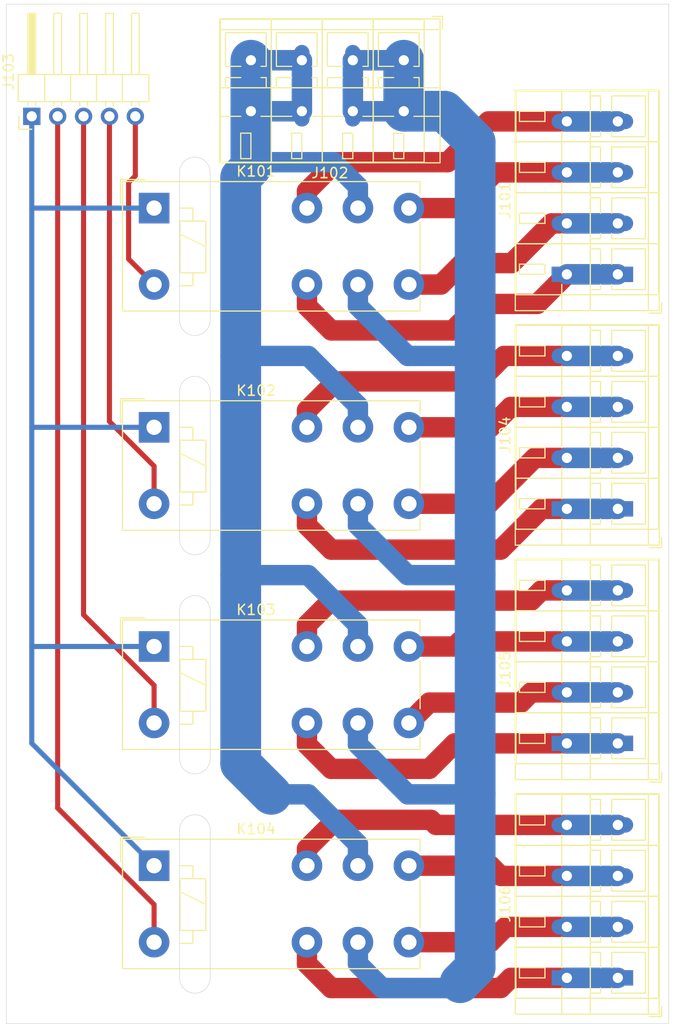
<source format=kicad_pcb>
(kicad_pcb (version 20171130) (host pcbnew 5.1.9)

  (general
    (thickness 1.6)
    (drawings 20)
    (tracks 178)
    (zones 0)
    (modules 10)
    (nets 24)
  )

  (page A4)
  (layers
    (0 F.Cu signal)
    (31 B.Cu signal)
    (32 B.Adhes user)
    (33 F.Adhes user)
    (34 B.Paste user)
    (35 F.Paste user)
    (36 B.SilkS user)
    (37 F.SilkS user)
    (38 B.Mask user)
    (39 F.Mask user)
    (40 Dwgs.User user)
    (41 Cmts.User user)
    (42 Eco1.User user)
    (43 Eco2.User user)
    (44 Edge.Cuts user)
    (45 Margin user)
    (46 B.CrtYd user)
    (47 F.CrtYd user)
    (48 B.Fab user)
    (49 F.Fab user)
  )

  (setup
    (last_trace_width 2)
    (user_trace_width 0.5)
    (user_trace_width 2)
    (user_trace_width 4)
    (trace_clearance 2)
    (zone_clearance 0.508)
    (zone_45_only no)
    (trace_min 0.2)
    (via_size 0.8)
    (via_drill 0.4)
    (via_min_size 0.4)
    (via_min_drill 0.3)
    (uvia_size 0.3)
    (uvia_drill 0.1)
    (uvias_allowed no)
    (uvia_min_size 0.2)
    (uvia_min_drill 0.1)
    (edge_width 0.05)
    (segment_width 0.2)
    (pcb_text_width 0.3)
    (pcb_text_size 1.5 1.5)
    (mod_edge_width 0.12)
    (mod_text_size 1 1)
    (mod_text_width 0.15)
    (pad_size 1.5 3)
    (pad_drill 1)
    (pad_to_mask_clearance 0)
    (aux_axis_origin 0 0)
    (visible_elements FFFFFF7F)
    (pcbplotparams
      (layerselection 0x010fc_ffffffff)
      (usegerberextensions false)
      (usegerberattributes true)
      (usegerberadvancedattributes true)
      (creategerberjobfile true)
      (excludeedgelayer true)
      (linewidth 0.100000)
      (plotframeref false)
      (viasonmask false)
      (mode 1)
      (useauxorigin false)
      (hpglpennumber 1)
      (hpglpenspeed 20)
      (hpglpendiameter 15.000000)
      (psnegative false)
      (psa4output false)
      (plotreference true)
      (plotvalue true)
      (plotinvisibletext false)
      (padsonsilk false)
      (subtractmaskfromsilk false)
      (outputformat 1)
      (mirror false)
      (drillshape 1)
      (scaleselection 1)
      (outputdirectory ""))
  )

  (net 0 "")
  (net 1 "Net-(J101-Pad1)")
  (net 2 "Net-(J101-Pad2)")
  (net 3 "Net-(J101-Pad3)")
  (net 4 "Net-(J101-Pad4)")
  (net 5 AC)
  (net 6 Earth)
  (net 7 "Net-(J103-Pad1)")
  (net 8 "Net-(J103-Pad2)")
  (net 9 "Net-(J103-Pad3)")
  (net 10 "Net-(J103-Pad4)")
  (net 11 "Net-(J103-Pad5)")
  (net 12 "Net-(J104-Pad4)")
  (net 13 "Net-(J104-Pad3)")
  (net 14 "Net-(J104-Pad2)")
  (net 15 "Net-(J104-Pad1)")
  (net 16 "Net-(J105-Pad1)")
  (net 17 "Net-(J105-Pad2)")
  (net 18 "Net-(J105-Pad3)")
  (net 19 "Net-(J105-Pad4)")
  (net 20 "Net-(J106-Pad4)")
  (net 21 "Net-(J106-Pad3)")
  (net 22 "Net-(J106-Pad2)")
  (net 23 "Net-(J106-Pad1)")

  (net_class Default "This is the default net class."
    (clearance 2)
    (trace_width 0.25)
    (via_dia 0.8)
    (via_drill 0.4)
    (uvia_dia 0.3)
    (uvia_drill 0.1)
    (add_net AC)
    (add_net Earth)
    (add_net "Net-(J101-Pad1)")
    (add_net "Net-(J101-Pad2)")
    (add_net "Net-(J101-Pad3)")
    (add_net "Net-(J101-Pad4)")
    (add_net "Net-(J104-Pad1)")
    (add_net "Net-(J104-Pad2)")
    (add_net "Net-(J104-Pad3)")
    (add_net "Net-(J104-Pad4)")
    (add_net "Net-(J105-Pad1)")
    (add_net "Net-(J105-Pad2)")
    (add_net "Net-(J105-Pad3)")
    (add_net "Net-(J105-Pad4)")
    (add_net "Net-(J106-Pad1)")
    (add_net "Net-(J106-Pad2)")
    (add_net "Net-(J106-Pad3)")
    (add_net "Net-(J106-Pad4)")
  )

  (net_class "Low Voltage" ""
    (clearance 0.2)
    (trace_width 0.25)
    (via_dia 0.8)
    (via_drill 0.4)
    (uvia_dia 0.3)
    (uvia_drill 0.1)
    (add_net "Net-(J103-Pad1)")
    (add_net "Net-(J103-Pad2)")
    (add_net "Net-(J103-Pad3)")
    (add_net "Net-(J103-Pad4)")
    (add_net "Net-(J103-Pad5)")
  )

  (module TerminalBlock_WAGO:TerminalBlock_WAGO_236-104_1x04_P5.00mm_45Degree (layer F.Cu) (tedit 5FEF6CF7) (tstamp 5FEF723F)
    (at 110 76.5 90)
    (descr "Terminal Block WAGO 236-104, 45Degree (cable under 45degree), 4 pins, pitch 5mm, size 21.5x14mm^2, drill diamater 1mm, pad diameter 3mm, see , script-generated with , script-generated using https://github.com/pointhi/kicad-footprint-generator/scripts/TerminalBlock_WAGO")
    (tags "THT Terminal Block WAGO 236-104 45Degree pitch 5mm size 21.5x14mm^2 drill 1mm pad 3mm")
    (path /5FF489B4)
    (fp_text reference J101 (at 7.25 -11.06 90) (layer F.SilkS)
      (effects (font (size 1 1) (thickness 0.15)))
    )
    (fp_text value Screw_Terminal_01x04 (at 7.25 5.06 90) (layer F.Fab)
      (effects (font (size 1 1) (thickness 0.15)))
    )
    (fp_line (start -3.5 -10) (end 18 -10) (layer F.Fab) (width 0.1))
    (fp_line (start 18 -10) (end 18 4) (layer F.Fab) (width 0.1))
    (fp_line (start 18 4) (end -2.5 4) (layer F.Fab) (width 0.1))
    (fp_line (start -2.5 4) (end -3.5 3) (layer F.Fab) (width 0.1))
    (fp_line (start -3.5 3) (end -3.5 -10) (layer F.Fab) (width 0.1))
    (fp_line (start -3.5 3) (end 18 3) (layer F.Fab) (width 0.1))
    (fp_line (start -3.56 3) (end 18.061 3) (layer F.SilkS) (width 0.12))
    (fp_line (start -3.5 -2.7) (end 18 -2.7) (layer F.Fab) (width 0.1))
    (fp_line (start -3.56 -2.7) (end 18.061 -2.7) (layer F.SilkS) (width 0.12))
    (fp_line (start -3.5 -5.5) (end 18 -5.5) (layer F.Fab) (width 0.1))
    (fp_line (start -3.56 -5.5) (end -0.99 -5.5) (layer F.SilkS) (width 0.12))
    (fp_line (start 0.99 -5.5) (end 4.01 -5.5) (layer F.SilkS) (width 0.12))
    (fp_line (start 5.99 -5.5) (end 9.01 -5.5) (layer F.SilkS) (width 0.12))
    (fp_line (start 10.99 -5.5) (end 14.01 -5.5) (layer F.SilkS) (width 0.12))
    (fp_line (start 15.99 -5.5) (end 18.061 -5.5) (layer F.SilkS) (width 0.12))
    (fp_line (start -3.56 -10.06) (end 18.061 -10.06) (layer F.SilkS) (width 0.12))
    (fp_line (start -3.56 4.06) (end 18.061 4.06) (layer F.SilkS) (width 0.12))
    (fp_line (start -3.56 -10.06) (end -3.56 4.06) (layer F.SilkS) (width 0.12))
    (fp_line (start 18.061 -10.06) (end 18.061 4.06) (layer F.SilkS) (width 0.12))
    (fp_line (start -1.5 -0.6) (end -0.99 -0.6) (layer F.SilkS) (width 0.12))
    (fp_line (start 0.99 -0.6) (end 2.5 -0.6) (layer F.SilkS) (width 0.12))
    (fp_line (start -1.5 2.7) (end 2.5 2.7) (layer F.SilkS) (width 0.12))
    (fp_line (start -1.5 -0.6) (end -1.5 2.7) (layer F.SilkS) (width 0.12))
    (fp_line (start 2.5 -0.6) (end 2.5 2.7) (layer F.SilkS) (width 0.12))
    (fp_line (start -1.5 -0.6) (end -1.5 2.7) (layer F.Fab) (width 0.1))
    (fp_line (start -1.5 2.7) (end 2.5 2.7) (layer F.Fab) (width 0.1))
    (fp_line (start 2.5 2.7) (end 2.5 -0.6) (layer F.Fab) (width 0.1))
    (fp_line (start 2.5 -0.6) (end -1.5 -0.6) (layer F.Fab) (width 0.1))
    (fp_line (start -2 -10) (end -2 4) (layer F.Fab) (width 0.1))
    (fp_line (start -2 4) (end 3 4) (layer F.Fab) (width 0.1))
    (fp_line (start 3 4) (end 3 -10) (layer F.Fab) (width 0.1))
    (fp_line (start 3 -10) (end -2 -10) (layer F.Fab) (width 0.1))
    (fp_line (start -2 -10) (end 3 -10) (layer F.SilkS) (width 0.12))
    (fp_line (start -2 4) (end 3 4) (layer F.SilkS) (width 0.12))
    (fp_line (start -2 -10) (end -2 4) (layer F.SilkS) (width 0.12))
    (fp_line (start 3 -10) (end 3 4) (layer F.SilkS) (width 0.12))
    (fp_line (start -1.5 -2.7) (end -1.5 -1.7) (layer F.Fab) (width 0.1))
    (fp_line (start -1.5 -1.7) (end 2.5 -1.7) (layer F.Fab) (width 0.1))
    (fp_line (start 2.5 -1.7) (end 2.5 -2.7) (layer F.Fab) (width 0.1))
    (fp_line (start 2.5 -2.7) (end -1.5 -2.7) (layer F.Fab) (width 0.1))
    (fp_line (start -1.5 -2.7) (end 2.5 -2.7) (layer F.SilkS) (width 0.12))
    (fp_line (start -1.5 -1.701) (end -0.99 -1.701) (layer F.SilkS) (width 0.12))
    (fp_line (start 0.99 -1.701) (end 2.5 -1.701) (layer F.SilkS) (width 0.12))
    (fp_line (start -1.5 -2.7) (end -1.5 -1.701) (layer F.SilkS) (width 0.12))
    (fp_line (start 2.5 -2.7) (end 2.5 -1.701) (layer F.SilkS) (width 0.12))
    (fp_line (start 0 -9.65) (end 0 -7.15) (layer F.Fab) (width 0.1))
    (fp_line (start 0 -7.15) (end 1 -7.15) (layer F.Fab) (width 0.1))
    (fp_line (start 1 -7.15) (end 1 -9.65) (layer F.Fab) (width 0.1))
    (fp_line (start 1 -9.65) (end 0 -9.65) (layer F.Fab) (width 0.1))
    (fp_line (start 0 -9.65) (end 1 -9.65) (layer F.SilkS) (width 0.12))
    (fp_line (start 0 -7.15) (end 1 -7.15) (layer F.SilkS) (width 0.12))
    (fp_line (start 0 -9.65) (end 0 -7.15) (layer F.SilkS) (width 0.12))
    (fp_line (start 1 -9.65) (end 1 -7.15) (layer F.SilkS) (width 0.12))
    (fp_line (start 3.5 -0.6) (end 4.01 -0.6) (layer F.SilkS) (width 0.12))
    (fp_line (start 5.99 -0.6) (end 7.5 -0.6) (layer F.SilkS) (width 0.12))
    (fp_line (start 3.5 2.7) (end 7.5 2.7) (layer F.SilkS) (width 0.12))
    (fp_line (start 3.5 -0.6) (end 3.5 2.7) (layer F.SilkS) (width 0.12))
    (fp_line (start 7.5 -0.6) (end 7.5 2.7) (layer F.SilkS) (width 0.12))
    (fp_line (start 3.5 -0.6) (end 3.5 2.7) (layer F.Fab) (width 0.1))
    (fp_line (start 3.5 2.7) (end 7.5 2.7) (layer F.Fab) (width 0.1))
    (fp_line (start 7.5 2.7) (end 7.5 -0.6) (layer F.Fab) (width 0.1))
    (fp_line (start 7.5 -0.6) (end 3.5 -0.6) (layer F.Fab) (width 0.1))
    (fp_line (start 3 -10) (end 3 4) (layer F.Fab) (width 0.1))
    (fp_line (start 3 4) (end 8 4) (layer F.Fab) (width 0.1))
    (fp_line (start 8 4) (end 8 -10) (layer F.Fab) (width 0.1))
    (fp_line (start 8 -10) (end 3 -10) (layer F.Fab) (width 0.1))
    (fp_line (start 3 -10) (end 8 -10) (layer F.SilkS) (width 0.12))
    (fp_line (start 3 4) (end 8 4) (layer F.SilkS) (width 0.12))
    (fp_line (start 3 -10) (end 3 4) (layer F.SilkS) (width 0.12))
    (fp_line (start 8 -10) (end 8 4) (layer F.SilkS) (width 0.12))
    (fp_line (start 3.5 -2.7) (end 3.5 -1.7) (layer F.Fab) (width 0.1))
    (fp_line (start 3.5 -1.7) (end 7.5 -1.7) (layer F.Fab) (width 0.1))
    (fp_line (start 7.5 -1.7) (end 7.5 -2.7) (layer F.Fab) (width 0.1))
    (fp_line (start 7.5 -2.7) (end 3.5 -2.7) (layer F.Fab) (width 0.1))
    (fp_line (start 3.5 -2.7) (end 7.5 -2.7) (layer F.SilkS) (width 0.12))
    (fp_line (start 3.5 -1.701) (end 4.01 -1.701) (layer F.SilkS) (width 0.12))
    (fp_line (start 5.99 -1.701) (end 7.5 -1.701) (layer F.SilkS) (width 0.12))
    (fp_line (start 3.5 -2.7) (end 3.5 -1.701) (layer F.SilkS) (width 0.12))
    (fp_line (start 7.5 -2.7) (end 7.5 -1.701) (layer F.SilkS) (width 0.12))
    (fp_line (start 5 -9.65) (end 5 -7.15) (layer F.Fab) (width 0.1))
    (fp_line (start 5 -7.15) (end 6 -7.15) (layer F.Fab) (width 0.1))
    (fp_line (start 6 -7.15) (end 6 -9.65) (layer F.Fab) (width 0.1))
    (fp_line (start 6 -9.65) (end 5 -9.65) (layer F.Fab) (width 0.1))
    (fp_line (start 5 -9.65) (end 6 -9.65) (layer F.SilkS) (width 0.12))
    (fp_line (start 5 -7.15) (end 6 -7.15) (layer F.SilkS) (width 0.12))
    (fp_line (start 5 -9.65) (end 5 -7.15) (layer F.SilkS) (width 0.12))
    (fp_line (start 6 -9.65) (end 6 -7.15) (layer F.SilkS) (width 0.12))
    (fp_line (start 8.5 -0.6) (end 9.01 -0.6) (layer F.SilkS) (width 0.12))
    (fp_line (start 10.99 -0.6) (end 12.5 -0.6) (layer F.SilkS) (width 0.12))
    (fp_line (start 8.5 2.7) (end 12.5 2.7) (layer F.SilkS) (width 0.12))
    (fp_line (start 8.5 -0.6) (end 8.5 2.7) (layer F.SilkS) (width 0.12))
    (fp_line (start 12.5 -0.6) (end 12.5 2.7) (layer F.SilkS) (width 0.12))
    (fp_line (start 8.5 -0.6) (end 8.5 2.7) (layer F.Fab) (width 0.1))
    (fp_line (start 8.5 2.7) (end 12.5 2.7) (layer F.Fab) (width 0.1))
    (fp_line (start 12.5 2.7) (end 12.5 -0.6) (layer F.Fab) (width 0.1))
    (fp_line (start 12.5 -0.6) (end 8.5 -0.6) (layer F.Fab) (width 0.1))
    (fp_line (start 8 -10) (end 8 4) (layer F.Fab) (width 0.1))
    (fp_line (start 8 4) (end 13 4) (layer F.Fab) (width 0.1))
    (fp_line (start 13 4) (end 13 -10) (layer F.Fab) (width 0.1))
    (fp_line (start 13 -10) (end 8 -10) (layer F.Fab) (width 0.1))
    (fp_line (start 8 -10) (end 13 -10) (layer F.SilkS) (width 0.12))
    (fp_line (start 8 4) (end 13 4) (layer F.SilkS) (width 0.12))
    (fp_line (start 8 -10) (end 8 4) (layer F.SilkS) (width 0.12))
    (fp_line (start 13 -10) (end 13 4) (layer F.SilkS) (width 0.12))
    (fp_line (start 8.5 -2.7) (end 8.5 -1.7) (layer F.Fab) (width 0.1))
    (fp_line (start 8.5 -1.7) (end 12.5 -1.7) (layer F.Fab) (width 0.1))
    (fp_line (start 12.5 -1.7) (end 12.5 -2.7) (layer F.Fab) (width 0.1))
    (fp_line (start 12.5 -2.7) (end 8.5 -2.7) (layer F.Fab) (width 0.1))
    (fp_line (start 8.5 -2.7) (end 12.5 -2.7) (layer F.SilkS) (width 0.12))
    (fp_line (start 8.5 -1.701) (end 9.01 -1.701) (layer F.SilkS) (width 0.12))
    (fp_line (start 10.99 -1.701) (end 12.5 -1.701) (layer F.SilkS) (width 0.12))
    (fp_line (start 8.5 -2.7) (end 8.5 -1.701) (layer F.SilkS) (width 0.12))
    (fp_line (start 12.5 -2.7) (end 12.5 -1.701) (layer F.SilkS) (width 0.12))
    (fp_line (start 10 -9.65) (end 10 -7.15) (layer F.Fab) (width 0.1))
    (fp_line (start 10 -7.15) (end 11 -7.15) (layer F.Fab) (width 0.1))
    (fp_line (start 11 -7.15) (end 11 -9.65) (layer F.Fab) (width 0.1))
    (fp_line (start 11 -9.65) (end 10 -9.65) (layer F.Fab) (width 0.1))
    (fp_line (start 10 -9.65) (end 11 -9.65) (layer F.SilkS) (width 0.12))
    (fp_line (start 10 -7.15) (end 11 -7.15) (layer F.SilkS) (width 0.12))
    (fp_line (start 10 -9.65) (end 10 -7.15) (layer F.SilkS) (width 0.12))
    (fp_line (start 11 -9.65) (end 11 -7.15) (layer F.SilkS) (width 0.12))
    (fp_line (start 13.5 -0.6) (end 14.01 -0.6) (layer F.SilkS) (width 0.12))
    (fp_line (start 15.99 -0.6) (end 17.5 -0.6) (layer F.SilkS) (width 0.12))
    (fp_line (start 13.5 2.7) (end 17.5 2.7) (layer F.SilkS) (width 0.12))
    (fp_line (start 13.5 -0.6) (end 13.5 2.7) (layer F.SilkS) (width 0.12))
    (fp_line (start 17.5 -0.6) (end 17.5 2.7) (layer F.SilkS) (width 0.12))
    (fp_line (start 13.5 -0.6) (end 13.5 2.7) (layer F.Fab) (width 0.1))
    (fp_line (start 13.5 2.7) (end 17.5 2.7) (layer F.Fab) (width 0.1))
    (fp_line (start 17.5 2.7) (end 17.5 -0.6) (layer F.Fab) (width 0.1))
    (fp_line (start 17.5 -0.6) (end 13.5 -0.6) (layer F.Fab) (width 0.1))
    (fp_line (start 13 -10) (end 13 4) (layer F.Fab) (width 0.1))
    (fp_line (start 13 4) (end 18 4) (layer F.Fab) (width 0.1))
    (fp_line (start 18 4) (end 18 -10) (layer F.Fab) (width 0.1))
    (fp_line (start 18 -10) (end 13 -10) (layer F.Fab) (width 0.1))
    (fp_line (start 13 -10) (end 18 -10) (layer F.SilkS) (width 0.12))
    (fp_line (start 13 4) (end 18 4) (layer F.SilkS) (width 0.12))
    (fp_line (start 13 -10) (end 13 4) (layer F.SilkS) (width 0.12))
    (fp_line (start 18 -10) (end 18 4) (layer F.SilkS) (width 0.12))
    (fp_line (start 13.5 -2.7) (end 13.5 -1.7) (layer F.Fab) (width 0.1))
    (fp_line (start 13.5 -1.7) (end 17.5 -1.7) (layer F.Fab) (width 0.1))
    (fp_line (start 17.5 -1.7) (end 17.5 -2.7) (layer F.Fab) (width 0.1))
    (fp_line (start 17.5 -2.7) (end 13.5 -2.7) (layer F.Fab) (width 0.1))
    (fp_line (start 13.5 -2.7) (end 17.5 -2.7) (layer F.SilkS) (width 0.12))
    (fp_line (start 13.5 -1.701) (end 14.01 -1.701) (layer F.SilkS) (width 0.12))
    (fp_line (start 15.99 -1.701) (end 17.5 -1.701) (layer F.SilkS) (width 0.12))
    (fp_line (start 13.5 -2.7) (end 13.5 -1.701) (layer F.SilkS) (width 0.12))
    (fp_line (start 17.5 -2.7) (end 17.5 -1.701) (layer F.SilkS) (width 0.12))
    (fp_line (start 15 -9.65) (end 15 -7.15) (layer F.Fab) (width 0.1))
    (fp_line (start 15 -7.15) (end 16 -7.15) (layer F.Fab) (width 0.1))
    (fp_line (start 16 -7.15) (end 16 -9.65) (layer F.Fab) (width 0.1))
    (fp_line (start 16 -9.65) (end 15 -9.65) (layer F.Fab) (width 0.1))
    (fp_line (start 15 -9.65) (end 16 -9.65) (layer F.SilkS) (width 0.12))
    (fp_line (start 15 -7.15) (end 16 -7.15) (layer F.SilkS) (width 0.12))
    (fp_line (start 15 -9.65) (end 15 -7.15) (layer F.SilkS) (width 0.12))
    (fp_line (start 16 -9.65) (end 16 -7.15) (layer F.SilkS) (width 0.12))
    (fp_line (start -3.8 3.06) (end -3.8 4.3) (layer F.SilkS) (width 0.12))
    (fp_line (start -3.8 4.3) (end -2.8 4.3) (layer F.SilkS) (width 0.12))
    (fp_line (start -4 -10.5) (end -4 4.5) (layer F.CrtYd) (width 0.05))
    (fp_line (start -4 4.5) (end 18.5 4.5) (layer F.CrtYd) (width 0.05))
    (fp_line (start 18.5 4.5) (end 18.5 -10.5) (layer F.CrtYd) (width 0.05))
    (fp_line (start 18.5 -10.5) (end -4 -10.5) (layer F.CrtYd) (width 0.05))
    (fp_text user %R (at 7.25 -4 90) (layer F.Fab)
      (effects (font (size 1 1) (thickness 0.15)))
    )
    (pad 1 thru_hole rect (at 0 0 90) (size 1.5 3) (drill 1) (layers *.Cu *.Mask)
      (net 1 "Net-(J101-Pad1)"))
    (pad 1 thru_hole rect (at 0 -5 90) (size 1.5 3) (drill 1) (layers *.Cu *.Mask)
      (net 1 "Net-(J101-Pad1)"))
    (pad 2 thru_hole oval (at 5 0 90) (size 1.5 3) (drill 1) (layers *.Cu *.Mask)
      (net 2 "Net-(J101-Pad2)"))
    (pad 2 thru_hole oval (at 5 -5 90) (size 1.5 3) (drill 1) (layers *.Cu *.Mask)
      (net 2 "Net-(J101-Pad2)"))
    (pad 3 thru_hole oval (at 10 0 90) (size 1.5 3) (drill 1) (layers *.Cu *.Mask)
      (net 3 "Net-(J101-Pad3)"))
    (pad 3 thru_hole oval (at 10 -5 90) (size 1.5 3) (drill 1) (layers *.Cu *.Mask)
      (net 3 "Net-(J101-Pad3)"))
    (pad 4 thru_hole oval (at 15 0 90) (size 1.5 3) (drill 1) (layers *.Cu *.Mask)
      (net 4 "Net-(J101-Pad4)"))
    (pad 4 thru_hole oval (at 15 -5 90) (size 1.5 3) (drill 1) (layers *.Cu *.Mask)
      (net 4 "Net-(J101-Pad4)"))
    (model ${KISYS3DMOD}/TerminalBlock_WAGO.3dshapes/TerminalBlock_WAGO_236-104_1x04_P5.00mm_45Degree.wrl
      (at (xyz 0 0 0))
      (scale (xyz 1 1 1))
      (rotate (xyz 0 0 0))
    )
  )

  (module TerminalBlock_WAGO:TerminalBlock_WAGO_236-104_1x04_P5.00mm_45Degree (layer F.Cu) (tedit 5B294EE3) (tstamp 5FEF72ED)
    (at 89 55.5 180)
    (descr "Terminal Block WAGO 236-104, 45Degree (cable under 45degree), 4 pins, pitch 5mm, size 21.5x14mm^2, drill diamater 1mm, pad diameter 3mm, see , script-generated with , script-generated using https://github.com/pointhi/kicad-footprint-generator/scripts/TerminalBlock_WAGO")
    (tags "THT Terminal Block WAGO 236-104 45Degree pitch 5mm size 21.5x14mm^2 drill 1mm pad 3mm")
    (path /5FF5BCE3)
    (fp_text reference J102 (at 7.25 -11.06) (layer F.SilkS)
      (effects (font (size 1 1) (thickness 0.15)))
    )
    (fp_text value Screw_Terminal_01x04 (at 7.25 5.06) (layer F.Fab)
      (effects (font (size 1 1) (thickness 0.15)))
    )
    (fp_line (start -3.5 -10) (end 18 -10) (layer F.Fab) (width 0.1))
    (fp_line (start 18 -10) (end 18 4) (layer F.Fab) (width 0.1))
    (fp_line (start 18 4) (end -2.5 4) (layer F.Fab) (width 0.1))
    (fp_line (start -2.5 4) (end -3.5 3) (layer F.Fab) (width 0.1))
    (fp_line (start -3.5 3) (end -3.5 -10) (layer F.Fab) (width 0.1))
    (fp_line (start -3.5 3) (end 18 3) (layer F.Fab) (width 0.1))
    (fp_line (start -3.56 3) (end 18.061 3) (layer F.SilkS) (width 0.12))
    (fp_line (start -3.5 -2.7) (end 18 -2.7) (layer F.Fab) (width 0.1))
    (fp_line (start -3.56 -2.7) (end 18.061 -2.7) (layer F.SilkS) (width 0.12))
    (fp_line (start -3.5 -5.5) (end 18 -5.5) (layer F.Fab) (width 0.1))
    (fp_line (start -3.56 -5.5) (end -0.99 -5.5) (layer F.SilkS) (width 0.12))
    (fp_line (start 0.99 -5.5) (end 4.01 -5.5) (layer F.SilkS) (width 0.12))
    (fp_line (start 5.99 -5.5) (end 9.01 -5.5) (layer F.SilkS) (width 0.12))
    (fp_line (start 10.99 -5.5) (end 14.01 -5.5) (layer F.SilkS) (width 0.12))
    (fp_line (start 15.99 -5.5) (end 18.061 -5.5) (layer F.SilkS) (width 0.12))
    (fp_line (start -3.56 -10.06) (end 18.061 -10.06) (layer F.SilkS) (width 0.12))
    (fp_line (start -3.56 4.06) (end 18.061 4.06) (layer F.SilkS) (width 0.12))
    (fp_line (start -3.56 -10.06) (end -3.56 4.06) (layer F.SilkS) (width 0.12))
    (fp_line (start 18.061 -10.06) (end 18.061 4.06) (layer F.SilkS) (width 0.12))
    (fp_line (start -1.5 -0.6) (end -0.99 -0.6) (layer F.SilkS) (width 0.12))
    (fp_line (start 0.99 -0.6) (end 2.5 -0.6) (layer F.SilkS) (width 0.12))
    (fp_line (start -1.5 2.7) (end 2.5 2.7) (layer F.SilkS) (width 0.12))
    (fp_line (start -1.5 -0.6) (end -1.5 2.7) (layer F.SilkS) (width 0.12))
    (fp_line (start 2.5 -0.6) (end 2.5 2.7) (layer F.SilkS) (width 0.12))
    (fp_line (start -1.5 -0.6) (end -1.5 2.7) (layer F.Fab) (width 0.1))
    (fp_line (start -1.5 2.7) (end 2.5 2.7) (layer F.Fab) (width 0.1))
    (fp_line (start 2.5 2.7) (end 2.5 -0.6) (layer F.Fab) (width 0.1))
    (fp_line (start 2.5 -0.6) (end -1.5 -0.6) (layer F.Fab) (width 0.1))
    (fp_line (start -2 -10) (end -2 4) (layer F.Fab) (width 0.1))
    (fp_line (start -2 4) (end 3 4) (layer F.Fab) (width 0.1))
    (fp_line (start 3 4) (end 3 -10) (layer F.Fab) (width 0.1))
    (fp_line (start 3 -10) (end -2 -10) (layer F.Fab) (width 0.1))
    (fp_line (start -2 -10) (end 3 -10) (layer F.SilkS) (width 0.12))
    (fp_line (start -2 4) (end 3 4) (layer F.SilkS) (width 0.12))
    (fp_line (start -2 -10) (end -2 4) (layer F.SilkS) (width 0.12))
    (fp_line (start 3 -10) (end 3 4) (layer F.SilkS) (width 0.12))
    (fp_line (start -1.5 -2.7) (end -1.5 -1.7) (layer F.Fab) (width 0.1))
    (fp_line (start -1.5 -1.7) (end 2.5 -1.7) (layer F.Fab) (width 0.1))
    (fp_line (start 2.5 -1.7) (end 2.5 -2.7) (layer F.Fab) (width 0.1))
    (fp_line (start 2.5 -2.7) (end -1.5 -2.7) (layer F.Fab) (width 0.1))
    (fp_line (start -1.5 -2.7) (end 2.5 -2.7) (layer F.SilkS) (width 0.12))
    (fp_line (start -1.5 -1.701) (end -0.99 -1.701) (layer F.SilkS) (width 0.12))
    (fp_line (start 0.99 -1.701) (end 2.5 -1.701) (layer F.SilkS) (width 0.12))
    (fp_line (start -1.5 -2.7) (end -1.5 -1.701) (layer F.SilkS) (width 0.12))
    (fp_line (start 2.5 -2.7) (end 2.5 -1.701) (layer F.SilkS) (width 0.12))
    (fp_line (start 0 -9.65) (end 0 -7.15) (layer F.Fab) (width 0.1))
    (fp_line (start 0 -7.15) (end 1 -7.15) (layer F.Fab) (width 0.1))
    (fp_line (start 1 -7.15) (end 1 -9.65) (layer F.Fab) (width 0.1))
    (fp_line (start 1 -9.65) (end 0 -9.65) (layer F.Fab) (width 0.1))
    (fp_line (start 0 -9.65) (end 1 -9.65) (layer F.SilkS) (width 0.12))
    (fp_line (start 0 -7.15) (end 1 -7.15) (layer F.SilkS) (width 0.12))
    (fp_line (start 0 -9.65) (end 0 -7.15) (layer F.SilkS) (width 0.12))
    (fp_line (start 1 -9.65) (end 1 -7.15) (layer F.SilkS) (width 0.12))
    (fp_line (start 3.5 -0.6) (end 4.01 -0.6) (layer F.SilkS) (width 0.12))
    (fp_line (start 5.99 -0.6) (end 7.5 -0.6) (layer F.SilkS) (width 0.12))
    (fp_line (start 3.5 2.7) (end 7.5 2.7) (layer F.SilkS) (width 0.12))
    (fp_line (start 3.5 -0.6) (end 3.5 2.7) (layer F.SilkS) (width 0.12))
    (fp_line (start 7.5 -0.6) (end 7.5 2.7) (layer F.SilkS) (width 0.12))
    (fp_line (start 3.5 -0.6) (end 3.5 2.7) (layer F.Fab) (width 0.1))
    (fp_line (start 3.5 2.7) (end 7.5 2.7) (layer F.Fab) (width 0.1))
    (fp_line (start 7.5 2.7) (end 7.5 -0.6) (layer F.Fab) (width 0.1))
    (fp_line (start 7.5 -0.6) (end 3.5 -0.6) (layer F.Fab) (width 0.1))
    (fp_line (start 3 -10) (end 3 4) (layer F.Fab) (width 0.1))
    (fp_line (start 3 4) (end 8 4) (layer F.Fab) (width 0.1))
    (fp_line (start 8 4) (end 8 -10) (layer F.Fab) (width 0.1))
    (fp_line (start 8 -10) (end 3 -10) (layer F.Fab) (width 0.1))
    (fp_line (start 3 -10) (end 8 -10) (layer F.SilkS) (width 0.12))
    (fp_line (start 3 4) (end 8 4) (layer F.SilkS) (width 0.12))
    (fp_line (start 3 -10) (end 3 4) (layer F.SilkS) (width 0.12))
    (fp_line (start 8 -10) (end 8 4) (layer F.SilkS) (width 0.12))
    (fp_line (start 3.5 -2.7) (end 3.5 -1.7) (layer F.Fab) (width 0.1))
    (fp_line (start 3.5 -1.7) (end 7.5 -1.7) (layer F.Fab) (width 0.1))
    (fp_line (start 7.5 -1.7) (end 7.5 -2.7) (layer F.Fab) (width 0.1))
    (fp_line (start 7.5 -2.7) (end 3.5 -2.7) (layer F.Fab) (width 0.1))
    (fp_line (start 3.5 -2.7) (end 7.5 -2.7) (layer F.SilkS) (width 0.12))
    (fp_line (start 3.5 -1.701) (end 4.01 -1.701) (layer F.SilkS) (width 0.12))
    (fp_line (start 5.99 -1.701) (end 7.5 -1.701) (layer F.SilkS) (width 0.12))
    (fp_line (start 3.5 -2.7) (end 3.5 -1.701) (layer F.SilkS) (width 0.12))
    (fp_line (start 7.5 -2.7) (end 7.5 -1.701) (layer F.SilkS) (width 0.12))
    (fp_line (start 5 -9.65) (end 5 -7.15) (layer F.Fab) (width 0.1))
    (fp_line (start 5 -7.15) (end 6 -7.15) (layer F.Fab) (width 0.1))
    (fp_line (start 6 -7.15) (end 6 -9.65) (layer F.Fab) (width 0.1))
    (fp_line (start 6 -9.65) (end 5 -9.65) (layer F.Fab) (width 0.1))
    (fp_line (start 5 -9.65) (end 6 -9.65) (layer F.SilkS) (width 0.12))
    (fp_line (start 5 -7.15) (end 6 -7.15) (layer F.SilkS) (width 0.12))
    (fp_line (start 5 -9.65) (end 5 -7.15) (layer F.SilkS) (width 0.12))
    (fp_line (start 6 -9.65) (end 6 -7.15) (layer F.SilkS) (width 0.12))
    (fp_line (start 8.5 -0.6) (end 9.01 -0.6) (layer F.SilkS) (width 0.12))
    (fp_line (start 10.99 -0.6) (end 12.5 -0.6) (layer F.SilkS) (width 0.12))
    (fp_line (start 8.5 2.7) (end 12.5 2.7) (layer F.SilkS) (width 0.12))
    (fp_line (start 8.5 -0.6) (end 8.5 2.7) (layer F.SilkS) (width 0.12))
    (fp_line (start 12.5 -0.6) (end 12.5 2.7) (layer F.SilkS) (width 0.12))
    (fp_line (start 8.5 -0.6) (end 8.5 2.7) (layer F.Fab) (width 0.1))
    (fp_line (start 8.5 2.7) (end 12.5 2.7) (layer F.Fab) (width 0.1))
    (fp_line (start 12.5 2.7) (end 12.5 -0.6) (layer F.Fab) (width 0.1))
    (fp_line (start 12.5 -0.6) (end 8.5 -0.6) (layer F.Fab) (width 0.1))
    (fp_line (start 8 -10) (end 8 4) (layer F.Fab) (width 0.1))
    (fp_line (start 8 4) (end 13 4) (layer F.Fab) (width 0.1))
    (fp_line (start 13 4) (end 13 -10) (layer F.Fab) (width 0.1))
    (fp_line (start 13 -10) (end 8 -10) (layer F.Fab) (width 0.1))
    (fp_line (start 8 -10) (end 13 -10) (layer F.SilkS) (width 0.12))
    (fp_line (start 8 4) (end 13 4) (layer F.SilkS) (width 0.12))
    (fp_line (start 8 -10) (end 8 4) (layer F.SilkS) (width 0.12))
    (fp_line (start 13 -10) (end 13 4) (layer F.SilkS) (width 0.12))
    (fp_line (start 8.5 -2.7) (end 8.5 -1.7) (layer F.Fab) (width 0.1))
    (fp_line (start 8.5 -1.7) (end 12.5 -1.7) (layer F.Fab) (width 0.1))
    (fp_line (start 12.5 -1.7) (end 12.5 -2.7) (layer F.Fab) (width 0.1))
    (fp_line (start 12.5 -2.7) (end 8.5 -2.7) (layer F.Fab) (width 0.1))
    (fp_line (start 8.5 -2.7) (end 12.5 -2.7) (layer F.SilkS) (width 0.12))
    (fp_line (start 8.5 -1.701) (end 9.01 -1.701) (layer F.SilkS) (width 0.12))
    (fp_line (start 10.99 -1.701) (end 12.5 -1.701) (layer F.SilkS) (width 0.12))
    (fp_line (start 8.5 -2.7) (end 8.5 -1.701) (layer F.SilkS) (width 0.12))
    (fp_line (start 12.5 -2.7) (end 12.5 -1.701) (layer F.SilkS) (width 0.12))
    (fp_line (start 10 -9.65) (end 10 -7.15) (layer F.Fab) (width 0.1))
    (fp_line (start 10 -7.15) (end 11 -7.15) (layer F.Fab) (width 0.1))
    (fp_line (start 11 -7.15) (end 11 -9.65) (layer F.Fab) (width 0.1))
    (fp_line (start 11 -9.65) (end 10 -9.65) (layer F.Fab) (width 0.1))
    (fp_line (start 10 -9.65) (end 11 -9.65) (layer F.SilkS) (width 0.12))
    (fp_line (start 10 -7.15) (end 11 -7.15) (layer F.SilkS) (width 0.12))
    (fp_line (start 10 -9.65) (end 10 -7.15) (layer F.SilkS) (width 0.12))
    (fp_line (start 11 -9.65) (end 11 -7.15) (layer F.SilkS) (width 0.12))
    (fp_line (start 13.5 -0.6) (end 14.01 -0.6) (layer F.SilkS) (width 0.12))
    (fp_line (start 15.99 -0.6) (end 17.5 -0.6) (layer F.SilkS) (width 0.12))
    (fp_line (start 13.5 2.7) (end 17.5 2.7) (layer F.SilkS) (width 0.12))
    (fp_line (start 13.5 -0.6) (end 13.5 2.7) (layer F.SilkS) (width 0.12))
    (fp_line (start 17.5 -0.6) (end 17.5 2.7) (layer F.SilkS) (width 0.12))
    (fp_line (start 13.5 -0.6) (end 13.5 2.7) (layer F.Fab) (width 0.1))
    (fp_line (start 13.5 2.7) (end 17.5 2.7) (layer F.Fab) (width 0.1))
    (fp_line (start 17.5 2.7) (end 17.5 -0.6) (layer F.Fab) (width 0.1))
    (fp_line (start 17.5 -0.6) (end 13.5 -0.6) (layer F.Fab) (width 0.1))
    (fp_line (start 13 -10) (end 13 4) (layer F.Fab) (width 0.1))
    (fp_line (start 13 4) (end 18 4) (layer F.Fab) (width 0.1))
    (fp_line (start 18 4) (end 18 -10) (layer F.Fab) (width 0.1))
    (fp_line (start 18 -10) (end 13 -10) (layer F.Fab) (width 0.1))
    (fp_line (start 13 -10) (end 18 -10) (layer F.SilkS) (width 0.12))
    (fp_line (start 13 4) (end 18 4) (layer F.SilkS) (width 0.12))
    (fp_line (start 13 -10) (end 13 4) (layer F.SilkS) (width 0.12))
    (fp_line (start 18 -10) (end 18 4) (layer F.SilkS) (width 0.12))
    (fp_line (start 13.5 -2.7) (end 13.5 -1.7) (layer F.Fab) (width 0.1))
    (fp_line (start 13.5 -1.7) (end 17.5 -1.7) (layer F.Fab) (width 0.1))
    (fp_line (start 17.5 -1.7) (end 17.5 -2.7) (layer F.Fab) (width 0.1))
    (fp_line (start 17.5 -2.7) (end 13.5 -2.7) (layer F.Fab) (width 0.1))
    (fp_line (start 13.5 -2.7) (end 17.5 -2.7) (layer F.SilkS) (width 0.12))
    (fp_line (start 13.5 -1.701) (end 14.01 -1.701) (layer F.SilkS) (width 0.12))
    (fp_line (start 15.99 -1.701) (end 17.5 -1.701) (layer F.SilkS) (width 0.12))
    (fp_line (start 13.5 -2.7) (end 13.5 -1.701) (layer F.SilkS) (width 0.12))
    (fp_line (start 17.5 -2.7) (end 17.5 -1.701) (layer F.SilkS) (width 0.12))
    (fp_line (start 15 -9.65) (end 15 -7.15) (layer F.Fab) (width 0.1))
    (fp_line (start 15 -7.15) (end 16 -7.15) (layer F.Fab) (width 0.1))
    (fp_line (start 16 -7.15) (end 16 -9.65) (layer F.Fab) (width 0.1))
    (fp_line (start 16 -9.65) (end 15 -9.65) (layer F.Fab) (width 0.1))
    (fp_line (start 15 -9.65) (end 16 -9.65) (layer F.SilkS) (width 0.12))
    (fp_line (start 15 -7.15) (end 16 -7.15) (layer F.SilkS) (width 0.12))
    (fp_line (start 15 -9.65) (end 15 -7.15) (layer F.SilkS) (width 0.12))
    (fp_line (start 16 -9.65) (end 16 -7.15) (layer F.SilkS) (width 0.12))
    (fp_line (start -3.8 3.06) (end -3.8 4.3) (layer F.SilkS) (width 0.12))
    (fp_line (start -3.8 4.3) (end -2.8 4.3) (layer F.SilkS) (width 0.12))
    (fp_line (start -4 -10.5) (end -4 4.5) (layer F.CrtYd) (width 0.05))
    (fp_line (start -4 4.5) (end 18.5 4.5) (layer F.CrtYd) (width 0.05))
    (fp_line (start 18.5 4.5) (end 18.5 -10.5) (layer F.CrtYd) (width 0.05))
    (fp_line (start 18.5 -10.5) (end -4 -10.5) (layer F.CrtYd) (width 0.05))
    (fp_text user %R (at 7.25 -4) (layer F.Fab)
      (effects (font (size 1 1) (thickness 0.15)))
    )
    (pad 1 thru_hole rect (at 0 0 180) (size 1.5 3) (drill 1) (layers *.Cu *.Mask)
      (net 5 AC))
    (pad 1 thru_hole rect (at 0 -5 180) (size 1.5 3) (drill 1) (layers *.Cu *.Mask)
      (net 5 AC))
    (pad 2 thru_hole oval (at 5 0 180) (size 1.5 3) (drill 1) (layers *.Cu *.Mask)
      (net 5 AC))
    (pad 2 thru_hole oval (at 5 -5 180) (size 1.5 3) (drill 1) (layers *.Cu *.Mask)
      (net 5 AC))
    (pad 3 thru_hole oval (at 10 0 180) (size 1.5 3) (drill 1) (layers *.Cu *.Mask)
      (net 6 Earth))
    (pad 3 thru_hole oval (at 10 -5 180) (size 1.5 3) (drill 1) (layers *.Cu *.Mask)
      (net 6 Earth))
    (pad 4 thru_hole oval (at 15 0 180) (size 1.5 3) (drill 1) (layers *.Cu *.Mask)
      (net 6 Earth))
    (pad 4 thru_hole oval (at 15 -5 180) (size 1.5 3) (drill 1) (layers *.Cu *.Mask)
      (net 6 Earth))
    (model ${KISYS3DMOD}/TerminalBlock_WAGO.3dshapes/TerminalBlock_WAGO_236-104_1x04_P5.00mm_45Degree.wrl
      (at (xyz 0 0 0))
      (scale (xyz 1 1 1))
      (rotate (xyz 0 0 0))
    )
  )

  (module Connector_PinHeader_2.54mm:PinHeader_1x05_P2.54mm_Horizontal (layer F.Cu) (tedit 59FED5CB) (tstamp 5FEFFEAB)
    (at 52.5 61 90)
    (descr "Through hole angled pin header, 1x05, 2.54mm pitch, 6mm pin length, single row")
    (tags "Through hole angled pin header THT 1x05 2.54mm single row")
    (path /5FF6C421)
    (fp_text reference J103 (at 4.385 -2.27 90) (layer F.SilkS)
      (effects (font (size 1 1) (thickness 0.15)))
    )
    (fp_text value Conn_01x05 (at 4.385 12.43 90) (layer F.Fab)
      (effects (font (size 1 1) (thickness 0.15)))
    )
    (fp_line (start 2.135 -1.27) (end 4.04 -1.27) (layer F.Fab) (width 0.1))
    (fp_line (start 4.04 -1.27) (end 4.04 11.43) (layer F.Fab) (width 0.1))
    (fp_line (start 4.04 11.43) (end 1.5 11.43) (layer F.Fab) (width 0.1))
    (fp_line (start 1.5 11.43) (end 1.5 -0.635) (layer F.Fab) (width 0.1))
    (fp_line (start 1.5 -0.635) (end 2.135 -1.27) (layer F.Fab) (width 0.1))
    (fp_line (start -0.32 -0.32) (end 1.5 -0.32) (layer F.Fab) (width 0.1))
    (fp_line (start -0.32 -0.32) (end -0.32 0.32) (layer F.Fab) (width 0.1))
    (fp_line (start -0.32 0.32) (end 1.5 0.32) (layer F.Fab) (width 0.1))
    (fp_line (start 4.04 -0.32) (end 10.04 -0.32) (layer F.Fab) (width 0.1))
    (fp_line (start 10.04 -0.32) (end 10.04 0.32) (layer F.Fab) (width 0.1))
    (fp_line (start 4.04 0.32) (end 10.04 0.32) (layer F.Fab) (width 0.1))
    (fp_line (start -0.32 2.22) (end 1.5 2.22) (layer F.Fab) (width 0.1))
    (fp_line (start -0.32 2.22) (end -0.32 2.86) (layer F.Fab) (width 0.1))
    (fp_line (start -0.32 2.86) (end 1.5 2.86) (layer F.Fab) (width 0.1))
    (fp_line (start 4.04 2.22) (end 10.04 2.22) (layer F.Fab) (width 0.1))
    (fp_line (start 10.04 2.22) (end 10.04 2.86) (layer F.Fab) (width 0.1))
    (fp_line (start 4.04 2.86) (end 10.04 2.86) (layer F.Fab) (width 0.1))
    (fp_line (start -0.32 4.76) (end 1.5 4.76) (layer F.Fab) (width 0.1))
    (fp_line (start -0.32 4.76) (end -0.32 5.4) (layer F.Fab) (width 0.1))
    (fp_line (start -0.32 5.4) (end 1.5 5.4) (layer F.Fab) (width 0.1))
    (fp_line (start 4.04 4.76) (end 10.04 4.76) (layer F.Fab) (width 0.1))
    (fp_line (start 10.04 4.76) (end 10.04 5.4) (layer F.Fab) (width 0.1))
    (fp_line (start 4.04 5.4) (end 10.04 5.4) (layer F.Fab) (width 0.1))
    (fp_line (start -0.32 7.3) (end 1.5 7.3) (layer F.Fab) (width 0.1))
    (fp_line (start -0.32 7.3) (end -0.32 7.94) (layer F.Fab) (width 0.1))
    (fp_line (start -0.32 7.94) (end 1.5 7.94) (layer F.Fab) (width 0.1))
    (fp_line (start 4.04 7.3) (end 10.04 7.3) (layer F.Fab) (width 0.1))
    (fp_line (start 10.04 7.3) (end 10.04 7.94) (layer F.Fab) (width 0.1))
    (fp_line (start 4.04 7.94) (end 10.04 7.94) (layer F.Fab) (width 0.1))
    (fp_line (start -0.32 9.84) (end 1.5 9.84) (layer F.Fab) (width 0.1))
    (fp_line (start -0.32 9.84) (end -0.32 10.48) (layer F.Fab) (width 0.1))
    (fp_line (start -0.32 10.48) (end 1.5 10.48) (layer F.Fab) (width 0.1))
    (fp_line (start 4.04 9.84) (end 10.04 9.84) (layer F.Fab) (width 0.1))
    (fp_line (start 10.04 9.84) (end 10.04 10.48) (layer F.Fab) (width 0.1))
    (fp_line (start 4.04 10.48) (end 10.04 10.48) (layer F.Fab) (width 0.1))
    (fp_line (start 1.44 -1.33) (end 1.44 11.49) (layer F.SilkS) (width 0.12))
    (fp_line (start 1.44 11.49) (end 4.1 11.49) (layer F.SilkS) (width 0.12))
    (fp_line (start 4.1 11.49) (end 4.1 -1.33) (layer F.SilkS) (width 0.12))
    (fp_line (start 4.1 -1.33) (end 1.44 -1.33) (layer F.SilkS) (width 0.12))
    (fp_line (start 4.1 -0.38) (end 10.1 -0.38) (layer F.SilkS) (width 0.12))
    (fp_line (start 10.1 -0.38) (end 10.1 0.38) (layer F.SilkS) (width 0.12))
    (fp_line (start 10.1 0.38) (end 4.1 0.38) (layer F.SilkS) (width 0.12))
    (fp_line (start 4.1 -0.32) (end 10.1 -0.32) (layer F.SilkS) (width 0.12))
    (fp_line (start 4.1 -0.2) (end 10.1 -0.2) (layer F.SilkS) (width 0.12))
    (fp_line (start 4.1 -0.08) (end 10.1 -0.08) (layer F.SilkS) (width 0.12))
    (fp_line (start 4.1 0.04) (end 10.1 0.04) (layer F.SilkS) (width 0.12))
    (fp_line (start 4.1 0.16) (end 10.1 0.16) (layer F.SilkS) (width 0.12))
    (fp_line (start 4.1 0.28) (end 10.1 0.28) (layer F.SilkS) (width 0.12))
    (fp_line (start 1.11 -0.38) (end 1.44 -0.38) (layer F.SilkS) (width 0.12))
    (fp_line (start 1.11 0.38) (end 1.44 0.38) (layer F.SilkS) (width 0.12))
    (fp_line (start 1.44 1.27) (end 4.1 1.27) (layer F.SilkS) (width 0.12))
    (fp_line (start 4.1 2.16) (end 10.1 2.16) (layer F.SilkS) (width 0.12))
    (fp_line (start 10.1 2.16) (end 10.1 2.92) (layer F.SilkS) (width 0.12))
    (fp_line (start 10.1 2.92) (end 4.1 2.92) (layer F.SilkS) (width 0.12))
    (fp_line (start 1.042929 2.16) (end 1.44 2.16) (layer F.SilkS) (width 0.12))
    (fp_line (start 1.042929 2.92) (end 1.44 2.92) (layer F.SilkS) (width 0.12))
    (fp_line (start 1.44 3.81) (end 4.1 3.81) (layer F.SilkS) (width 0.12))
    (fp_line (start 4.1 4.7) (end 10.1 4.7) (layer F.SilkS) (width 0.12))
    (fp_line (start 10.1 4.7) (end 10.1 5.46) (layer F.SilkS) (width 0.12))
    (fp_line (start 10.1 5.46) (end 4.1 5.46) (layer F.SilkS) (width 0.12))
    (fp_line (start 1.042929 4.7) (end 1.44 4.7) (layer F.SilkS) (width 0.12))
    (fp_line (start 1.042929 5.46) (end 1.44 5.46) (layer F.SilkS) (width 0.12))
    (fp_line (start 1.44 6.35) (end 4.1 6.35) (layer F.SilkS) (width 0.12))
    (fp_line (start 4.1 7.24) (end 10.1 7.24) (layer F.SilkS) (width 0.12))
    (fp_line (start 10.1 7.24) (end 10.1 8) (layer F.SilkS) (width 0.12))
    (fp_line (start 10.1 8) (end 4.1 8) (layer F.SilkS) (width 0.12))
    (fp_line (start 1.042929 7.24) (end 1.44 7.24) (layer F.SilkS) (width 0.12))
    (fp_line (start 1.042929 8) (end 1.44 8) (layer F.SilkS) (width 0.12))
    (fp_line (start 1.44 8.89) (end 4.1 8.89) (layer F.SilkS) (width 0.12))
    (fp_line (start 4.1 9.78) (end 10.1 9.78) (layer F.SilkS) (width 0.12))
    (fp_line (start 10.1 9.78) (end 10.1 10.54) (layer F.SilkS) (width 0.12))
    (fp_line (start 10.1 10.54) (end 4.1 10.54) (layer F.SilkS) (width 0.12))
    (fp_line (start 1.042929 9.78) (end 1.44 9.78) (layer F.SilkS) (width 0.12))
    (fp_line (start 1.042929 10.54) (end 1.44 10.54) (layer F.SilkS) (width 0.12))
    (fp_line (start -1.27 0) (end -1.27 -1.27) (layer F.SilkS) (width 0.12))
    (fp_line (start -1.27 -1.27) (end 0 -1.27) (layer F.SilkS) (width 0.12))
    (fp_line (start -1.8 -1.8) (end -1.8 11.95) (layer F.CrtYd) (width 0.05))
    (fp_line (start -1.8 11.95) (end 10.55 11.95) (layer F.CrtYd) (width 0.05))
    (fp_line (start 10.55 11.95) (end 10.55 -1.8) (layer F.CrtYd) (width 0.05))
    (fp_line (start 10.55 -1.8) (end -1.8 -1.8) (layer F.CrtYd) (width 0.05))
    (fp_text user %R (at 2.77 5.08) (layer F.Fab)
      (effects (font (size 1 1) (thickness 0.15)))
    )
    (pad 1 thru_hole rect (at 0 0 90) (size 1.7 1.7) (drill 1) (layers *.Cu *.Mask)
      (net 7 "Net-(J103-Pad1)"))
    (pad 2 thru_hole oval (at 0 2.54 90) (size 1.7 1.7) (drill 1) (layers *.Cu *.Mask)
      (net 8 "Net-(J103-Pad2)"))
    (pad 3 thru_hole oval (at 0 5.08 90) (size 1.7 1.7) (drill 1) (layers *.Cu *.Mask)
      (net 9 "Net-(J103-Pad3)"))
    (pad 4 thru_hole oval (at 0 7.62 90) (size 1.7 1.7) (drill 1) (layers *.Cu *.Mask)
      (net 10 "Net-(J103-Pad4)"))
    (pad 5 thru_hole oval (at 0 10.16 90) (size 1.7 1.7) (drill 1) (layers *.Cu *.Mask)
      (net 11 "Net-(J103-Pad5)"))
    (model ${KISYS3DMOD}/Connector_PinHeader_2.54mm.3dshapes/PinHeader_1x05_P2.54mm_Horizontal.wrl
      (at (xyz 0 0 0))
      (scale (xyz 1 1 1))
      (rotate (xyz 0 0 0))
    )
  )

  (module TerminalBlock_WAGO:TerminalBlock_WAGO_236-104_1x04_P5.00mm_45Degree (layer F.Cu) (tedit 5B294EE3) (tstamp 5FEF73F5)
    (at 110 99.5 90)
    (descr "Terminal Block WAGO 236-104, 45Degree (cable under 45degree), 4 pins, pitch 5mm, size 21.5x14mm^2, drill diamater 1mm, pad diameter 3mm, see , script-generated with , script-generated using https://github.com/pointhi/kicad-footprint-generator/scripts/TerminalBlock_WAGO")
    (tags "THT Terminal Block WAGO 236-104 45Degree pitch 5mm size 21.5x14mm^2 drill 1mm pad 3mm")
    (path /5FF53653)
    (fp_text reference J104 (at 7.25 -11.06 90) (layer F.SilkS)
      (effects (font (size 1 1) (thickness 0.15)))
    )
    (fp_text value Screw_Terminal_01x04 (at 7.25 5.06 90) (layer F.Fab)
      (effects (font (size 1 1) (thickness 0.15)))
    )
    (fp_line (start 18.5 -10.5) (end -4 -10.5) (layer F.CrtYd) (width 0.05))
    (fp_line (start 18.5 4.5) (end 18.5 -10.5) (layer F.CrtYd) (width 0.05))
    (fp_line (start -4 4.5) (end 18.5 4.5) (layer F.CrtYd) (width 0.05))
    (fp_line (start -4 -10.5) (end -4 4.5) (layer F.CrtYd) (width 0.05))
    (fp_line (start -3.8 4.3) (end -2.8 4.3) (layer F.SilkS) (width 0.12))
    (fp_line (start -3.8 3.06) (end -3.8 4.3) (layer F.SilkS) (width 0.12))
    (fp_line (start 16 -9.65) (end 16 -7.15) (layer F.SilkS) (width 0.12))
    (fp_line (start 15 -9.65) (end 15 -7.15) (layer F.SilkS) (width 0.12))
    (fp_line (start 15 -7.15) (end 16 -7.15) (layer F.SilkS) (width 0.12))
    (fp_line (start 15 -9.65) (end 16 -9.65) (layer F.SilkS) (width 0.12))
    (fp_line (start 16 -9.65) (end 15 -9.65) (layer F.Fab) (width 0.1))
    (fp_line (start 16 -7.15) (end 16 -9.65) (layer F.Fab) (width 0.1))
    (fp_line (start 15 -7.15) (end 16 -7.15) (layer F.Fab) (width 0.1))
    (fp_line (start 15 -9.65) (end 15 -7.15) (layer F.Fab) (width 0.1))
    (fp_line (start 17.5 -2.7) (end 17.5 -1.701) (layer F.SilkS) (width 0.12))
    (fp_line (start 13.5 -2.7) (end 13.5 -1.701) (layer F.SilkS) (width 0.12))
    (fp_line (start 15.99 -1.701) (end 17.5 -1.701) (layer F.SilkS) (width 0.12))
    (fp_line (start 13.5 -1.701) (end 14.01 -1.701) (layer F.SilkS) (width 0.12))
    (fp_line (start 13.5 -2.7) (end 17.5 -2.7) (layer F.SilkS) (width 0.12))
    (fp_line (start 17.5 -2.7) (end 13.5 -2.7) (layer F.Fab) (width 0.1))
    (fp_line (start 17.5 -1.7) (end 17.5 -2.7) (layer F.Fab) (width 0.1))
    (fp_line (start 13.5 -1.7) (end 17.5 -1.7) (layer F.Fab) (width 0.1))
    (fp_line (start 13.5 -2.7) (end 13.5 -1.7) (layer F.Fab) (width 0.1))
    (fp_line (start 18 -10) (end 18 4) (layer F.SilkS) (width 0.12))
    (fp_line (start 13 -10) (end 13 4) (layer F.SilkS) (width 0.12))
    (fp_line (start 13 4) (end 18 4) (layer F.SilkS) (width 0.12))
    (fp_line (start 13 -10) (end 18 -10) (layer F.SilkS) (width 0.12))
    (fp_line (start 18 -10) (end 13 -10) (layer F.Fab) (width 0.1))
    (fp_line (start 18 4) (end 18 -10) (layer F.Fab) (width 0.1))
    (fp_line (start 13 4) (end 18 4) (layer F.Fab) (width 0.1))
    (fp_line (start 13 -10) (end 13 4) (layer F.Fab) (width 0.1))
    (fp_line (start 17.5 -0.6) (end 13.5 -0.6) (layer F.Fab) (width 0.1))
    (fp_line (start 17.5 2.7) (end 17.5 -0.6) (layer F.Fab) (width 0.1))
    (fp_line (start 13.5 2.7) (end 17.5 2.7) (layer F.Fab) (width 0.1))
    (fp_line (start 13.5 -0.6) (end 13.5 2.7) (layer F.Fab) (width 0.1))
    (fp_line (start 17.5 -0.6) (end 17.5 2.7) (layer F.SilkS) (width 0.12))
    (fp_line (start 13.5 -0.6) (end 13.5 2.7) (layer F.SilkS) (width 0.12))
    (fp_line (start 13.5 2.7) (end 17.5 2.7) (layer F.SilkS) (width 0.12))
    (fp_line (start 15.99 -0.6) (end 17.5 -0.6) (layer F.SilkS) (width 0.12))
    (fp_line (start 13.5 -0.6) (end 14.01 -0.6) (layer F.SilkS) (width 0.12))
    (fp_line (start 11 -9.65) (end 11 -7.15) (layer F.SilkS) (width 0.12))
    (fp_line (start 10 -9.65) (end 10 -7.15) (layer F.SilkS) (width 0.12))
    (fp_line (start 10 -7.15) (end 11 -7.15) (layer F.SilkS) (width 0.12))
    (fp_line (start 10 -9.65) (end 11 -9.65) (layer F.SilkS) (width 0.12))
    (fp_line (start 11 -9.65) (end 10 -9.65) (layer F.Fab) (width 0.1))
    (fp_line (start 11 -7.15) (end 11 -9.65) (layer F.Fab) (width 0.1))
    (fp_line (start 10 -7.15) (end 11 -7.15) (layer F.Fab) (width 0.1))
    (fp_line (start 10 -9.65) (end 10 -7.15) (layer F.Fab) (width 0.1))
    (fp_line (start 12.5 -2.7) (end 12.5 -1.701) (layer F.SilkS) (width 0.12))
    (fp_line (start 8.5 -2.7) (end 8.5 -1.701) (layer F.SilkS) (width 0.12))
    (fp_line (start 10.99 -1.701) (end 12.5 -1.701) (layer F.SilkS) (width 0.12))
    (fp_line (start 8.5 -1.701) (end 9.01 -1.701) (layer F.SilkS) (width 0.12))
    (fp_line (start 8.5 -2.7) (end 12.5 -2.7) (layer F.SilkS) (width 0.12))
    (fp_line (start 12.5 -2.7) (end 8.5 -2.7) (layer F.Fab) (width 0.1))
    (fp_line (start 12.5 -1.7) (end 12.5 -2.7) (layer F.Fab) (width 0.1))
    (fp_line (start 8.5 -1.7) (end 12.5 -1.7) (layer F.Fab) (width 0.1))
    (fp_line (start 8.5 -2.7) (end 8.5 -1.7) (layer F.Fab) (width 0.1))
    (fp_line (start 13 -10) (end 13 4) (layer F.SilkS) (width 0.12))
    (fp_line (start 8 -10) (end 8 4) (layer F.SilkS) (width 0.12))
    (fp_line (start 8 4) (end 13 4) (layer F.SilkS) (width 0.12))
    (fp_line (start 8 -10) (end 13 -10) (layer F.SilkS) (width 0.12))
    (fp_line (start 13 -10) (end 8 -10) (layer F.Fab) (width 0.1))
    (fp_line (start 13 4) (end 13 -10) (layer F.Fab) (width 0.1))
    (fp_line (start 8 4) (end 13 4) (layer F.Fab) (width 0.1))
    (fp_line (start 8 -10) (end 8 4) (layer F.Fab) (width 0.1))
    (fp_line (start 12.5 -0.6) (end 8.5 -0.6) (layer F.Fab) (width 0.1))
    (fp_line (start 12.5 2.7) (end 12.5 -0.6) (layer F.Fab) (width 0.1))
    (fp_line (start 8.5 2.7) (end 12.5 2.7) (layer F.Fab) (width 0.1))
    (fp_line (start 8.5 -0.6) (end 8.5 2.7) (layer F.Fab) (width 0.1))
    (fp_line (start 12.5 -0.6) (end 12.5 2.7) (layer F.SilkS) (width 0.12))
    (fp_line (start 8.5 -0.6) (end 8.5 2.7) (layer F.SilkS) (width 0.12))
    (fp_line (start 8.5 2.7) (end 12.5 2.7) (layer F.SilkS) (width 0.12))
    (fp_line (start 10.99 -0.6) (end 12.5 -0.6) (layer F.SilkS) (width 0.12))
    (fp_line (start 8.5 -0.6) (end 9.01 -0.6) (layer F.SilkS) (width 0.12))
    (fp_line (start 6 -9.65) (end 6 -7.15) (layer F.SilkS) (width 0.12))
    (fp_line (start 5 -9.65) (end 5 -7.15) (layer F.SilkS) (width 0.12))
    (fp_line (start 5 -7.15) (end 6 -7.15) (layer F.SilkS) (width 0.12))
    (fp_line (start 5 -9.65) (end 6 -9.65) (layer F.SilkS) (width 0.12))
    (fp_line (start 6 -9.65) (end 5 -9.65) (layer F.Fab) (width 0.1))
    (fp_line (start 6 -7.15) (end 6 -9.65) (layer F.Fab) (width 0.1))
    (fp_line (start 5 -7.15) (end 6 -7.15) (layer F.Fab) (width 0.1))
    (fp_line (start 5 -9.65) (end 5 -7.15) (layer F.Fab) (width 0.1))
    (fp_line (start 7.5 -2.7) (end 7.5 -1.701) (layer F.SilkS) (width 0.12))
    (fp_line (start 3.5 -2.7) (end 3.5 -1.701) (layer F.SilkS) (width 0.12))
    (fp_line (start 5.99 -1.701) (end 7.5 -1.701) (layer F.SilkS) (width 0.12))
    (fp_line (start 3.5 -1.701) (end 4.01 -1.701) (layer F.SilkS) (width 0.12))
    (fp_line (start 3.5 -2.7) (end 7.5 -2.7) (layer F.SilkS) (width 0.12))
    (fp_line (start 7.5 -2.7) (end 3.5 -2.7) (layer F.Fab) (width 0.1))
    (fp_line (start 7.5 -1.7) (end 7.5 -2.7) (layer F.Fab) (width 0.1))
    (fp_line (start 3.5 -1.7) (end 7.5 -1.7) (layer F.Fab) (width 0.1))
    (fp_line (start 3.5 -2.7) (end 3.5 -1.7) (layer F.Fab) (width 0.1))
    (fp_line (start 8 -10) (end 8 4) (layer F.SilkS) (width 0.12))
    (fp_line (start 3 -10) (end 3 4) (layer F.SilkS) (width 0.12))
    (fp_line (start 3 4) (end 8 4) (layer F.SilkS) (width 0.12))
    (fp_line (start 3 -10) (end 8 -10) (layer F.SilkS) (width 0.12))
    (fp_line (start 8 -10) (end 3 -10) (layer F.Fab) (width 0.1))
    (fp_line (start 8 4) (end 8 -10) (layer F.Fab) (width 0.1))
    (fp_line (start 3 4) (end 8 4) (layer F.Fab) (width 0.1))
    (fp_line (start 3 -10) (end 3 4) (layer F.Fab) (width 0.1))
    (fp_line (start 7.5 -0.6) (end 3.5 -0.6) (layer F.Fab) (width 0.1))
    (fp_line (start 7.5 2.7) (end 7.5 -0.6) (layer F.Fab) (width 0.1))
    (fp_line (start 3.5 2.7) (end 7.5 2.7) (layer F.Fab) (width 0.1))
    (fp_line (start 3.5 -0.6) (end 3.5 2.7) (layer F.Fab) (width 0.1))
    (fp_line (start 7.5 -0.6) (end 7.5 2.7) (layer F.SilkS) (width 0.12))
    (fp_line (start 3.5 -0.6) (end 3.5 2.7) (layer F.SilkS) (width 0.12))
    (fp_line (start 3.5 2.7) (end 7.5 2.7) (layer F.SilkS) (width 0.12))
    (fp_line (start 5.99 -0.6) (end 7.5 -0.6) (layer F.SilkS) (width 0.12))
    (fp_line (start 3.5 -0.6) (end 4.01 -0.6) (layer F.SilkS) (width 0.12))
    (fp_line (start 1 -9.65) (end 1 -7.15) (layer F.SilkS) (width 0.12))
    (fp_line (start 0 -9.65) (end 0 -7.15) (layer F.SilkS) (width 0.12))
    (fp_line (start 0 -7.15) (end 1 -7.15) (layer F.SilkS) (width 0.12))
    (fp_line (start 0 -9.65) (end 1 -9.65) (layer F.SilkS) (width 0.12))
    (fp_line (start 1 -9.65) (end 0 -9.65) (layer F.Fab) (width 0.1))
    (fp_line (start 1 -7.15) (end 1 -9.65) (layer F.Fab) (width 0.1))
    (fp_line (start 0 -7.15) (end 1 -7.15) (layer F.Fab) (width 0.1))
    (fp_line (start 0 -9.65) (end 0 -7.15) (layer F.Fab) (width 0.1))
    (fp_line (start 2.5 -2.7) (end 2.5 -1.701) (layer F.SilkS) (width 0.12))
    (fp_line (start -1.5 -2.7) (end -1.5 -1.701) (layer F.SilkS) (width 0.12))
    (fp_line (start 0.99 -1.701) (end 2.5 -1.701) (layer F.SilkS) (width 0.12))
    (fp_line (start -1.5 -1.701) (end -0.99 -1.701) (layer F.SilkS) (width 0.12))
    (fp_line (start -1.5 -2.7) (end 2.5 -2.7) (layer F.SilkS) (width 0.12))
    (fp_line (start 2.5 -2.7) (end -1.5 -2.7) (layer F.Fab) (width 0.1))
    (fp_line (start 2.5 -1.7) (end 2.5 -2.7) (layer F.Fab) (width 0.1))
    (fp_line (start -1.5 -1.7) (end 2.5 -1.7) (layer F.Fab) (width 0.1))
    (fp_line (start -1.5 -2.7) (end -1.5 -1.7) (layer F.Fab) (width 0.1))
    (fp_line (start 3 -10) (end 3 4) (layer F.SilkS) (width 0.12))
    (fp_line (start -2 -10) (end -2 4) (layer F.SilkS) (width 0.12))
    (fp_line (start -2 4) (end 3 4) (layer F.SilkS) (width 0.12))
    (fp_line (start -2 -10) (end 3 -10) (layer F.SilkS) (width 0.12))
    (fp_line (start 3 -10) (end -2 -10) (layer F.Fab) (width 0.1))
    (fp_line (start 3 4) (end 3 -10) (layer F.Fab) (width 0.1))
    (fp_line (start -2 4) (end 3 4) (layer F.Fab) (width 0.1))
    (fp_line (start -2 -10) (end -2 4) (layer F.Fab) (width 0.1))
    (fp_line (start 2.5 -0.6) (end -1.5 -0.6) (layer F.Fab) (width 0.1))
    (fp_line (start 2.5 2.7) (end 2.5 -0.6) (layer F.Fab) (width 0.1))
    (fp_line (start -1.5 2.7) (end 2.5 2.7) (layer F.Fab) (width 0.1))
    (fp_line (start -1.5 -0.6) (end -1.5 2.7) (layer F.Fab) (width 0.1))
    (fp_line (start 2.5 -0.6) (end 2.5 2.7) (layer F.SilkS) (width 0.12))
    (fp_line (start -1.5 -0.6) (end -1.5 2.7) (layer F.SilkS) (width 0.12))
    (fp_line (start -1.5 2.7) (end 2.5 2.7) (layer F.SilkS) (width 0.12))
    (fp_line (start 0.99 -0.6) (end 2.5 -0.6) (layer F.SilkS) (width 0.12))
    (fp_line (start -1.5 -0.6) (end -0.99 -0.6) (layer F.SilkS) (width 0.12))
    (fp_line (start 18.061 -10.06) (end 18.061 4.06) (layer F.SilkS) (width 0.12))
    (fp_line (start -3.56 -10.06) (end -3.56 4.06) (layer F.SilkS) (width 0.12))
    (fp_line (start -3.56 4.06) (end 18.061 4.06) (layer F.SilkS) (width 0.12))
    (fp_line (start -3.56 -10.06) (end 18.061 -10.06) (layer F.SilkS) (width 0.12))
    (fp_line (start 15.99 -5.5) (end 18.061 -5.5) (layer F.SilkS) (width 0.12))
    (fp_line (start 10.99 -5.5) (end 14.01 -5.5) (layer F.SilkS) (width 0.12))
    (fp_line (start 5.99 -5.5) (end 9.01 -5.5) (layer F.SilkS) (width 0.12))
    (fp_line (start 0.99 -5.5) (end 4.01 -5.5) (layer F.SilkS) (width 0.12))
    (fp_line (start -3.56 -5.5) (end -0.99 -5.5) (layer F.SilkS) (width 0.12))
    (fp_line (start -3.5 -5.5) (end 18 -5.5) (layer F.Fab) (width 0.1))
    (fp_line (start -3.56 -2.7) (end 18.061 -2.7) (layer F.SilkS) (width 0.12))
    (fp_line (start -3.5 -2.7) (end 18 -2.7) (layer F.Fab) (width 0.1))
    (fp_line (start -3.56 3) (end 18.061 3) (layer F.SilkS) (width 0.12))
    (fp_line (start -3.5 3) (end 18 3) (layer F.Fab) (width 0.1))
    (fp_line (start -3.5 3) (end -3.5 -10) (layer F.Fab) (width 0.1))
    (fp_line (start -2.5 4) (end -3.5 3) (layer F.Fab) (width 0.1))
    (fp_line (start 18 4) (end -2.5 4) (layer F.Fab) (width 0.1))
    (fp_line (start 18 -10) (end 18 4) (layer F.Fab) (width 0.1))
    (fp_line (start -3.5 -10) (end 18 -10) (layer F.Fab) (width 0.1))
    (fp_text user %R (at 7.25 -4 90) (layer F.Fab)
      (effects (font (size 1 1) (thickness 0.15)))
    )
    (pad 4 thru_hole oval (at 15 -5 90) (size 1.5 3) (drill 1) (layers *.Cu *.Mask)
      (net 12 "Net-(J104-Pad4)"))
    (pad 4 thru_hole oval (at 15 0 90) (size 1.5 3) (drill 1) (layers *.Cu *.Mask)
      (net 12 "Net-(J104-Pad4)"))
    (pad 3 thru_hole oval (at 10 -5 90) (size 1.5 3) (drill 1) (layers *.Cu *.Mask)
      (net 13 "Net-(J104-Pad3)"))
    (pad 3 thru_hole oval (at 10 0 90) (size 1.5 3) (drill 1) (layers *.Cu *.Mask)
      (net 13 "Net-(J104-Pad3)"))
    (pad 2 thru_hole oval (at 5 -5 90) (size 1.5 3) (drill 1) (layers *.Cu *.Mask)
      (net 14 "Net-(J104-Pad2)"))
    (pad 2 thru_hole oval (at 5 0 90) (size 1.5 3) (drill 1) (layers *.Cu *.Mask)
      (net 14 "Net-(J104-Pad2)"))
    (pad 1 thru_hole rect (at 0 -5 90) (size 1.5 3) (drill 1) (layers *.Cu *.Mask)
      (net 15 "Net-(J104-Pad1)"))
    (pad 1 thru_hole rect (at 0 0 90) (size 1.5 3) (drill 1) (layers *.Cu *.Mask)
      (net 15 "Net-(J104-Pad1)"))
    (model ${KISYS3DMOD}/TerminalBlock_WAGO.3dshapes/TerminalBlock_WAGO_236-104_1x04_P5.00mm_45Degree.wrl
      (at (xyz 0 0 0))
      (scale (xyz 1 1 1))
      (rotate (xyz 0 0 0))
    )
  )

  (module TerminalBlock_WAGO:TerminalBlock_WAGO_236-104_1x04_P5.00mm_45Degree (layer F.Cu) (tedit 5B294EE3) (tstamp 5FEF74A3)
    (at 110 122.5 90)
    (descr "Terminal Block WAGO 236-104, 45Degree (cable under 45degree), 4 pins, pitch 5mm, size 21.5x14mm^2, drill diamater 1mm, pad diameter 3mm, see , script-generated with , script-generated using https://github.com/pointhi/kicad-footprint-generator/scripts/TerminalBlock_WAGO")
    (tags "THT Terminal Block WAGO 236-104 45Degree pitch 5mm size 21.5x14mm^2 drill 1mm pad 3mm")
    (path /5FF559E1)
    (fp_text reference J105 (at 7.25 -11.06 90) (layer F.SilkS)
      (effects (font (size 1 1) (thickness 0.15)))
    )
    (fp_text value Screw_Terminal_01x04 (at 7.25 5.06 90) (layer F.Fab)
      (effects (font (size 1 1) (thickness 0.15)))
    )
    (fp_line (start -3.5 -10) (end 18 -10) (layer F.Fab) (width 0.1))
    (fp_line (start 18 -10) (end 18 4) (layer F.Fab) (width 0.1))
    (fp_line (start 18 4) (end -2.5 4) (layer F.Fab) (width 0.1))
    (fp_line (start -2.5 4) (end -3.5 3) (layer F.Fab) (width 0.1))
    (fp_line (start -3.5 3) (end -3.5 -10) (layer F.Fab) (width 0.1))
    (fp_line (start -3.5 3) (end 18 3) (layer F.Fab) (width 0.1))
    (fp_line (start -3.56 3) (end 18.061 3) (layer F.SilkS) (width 0.12))
    (fp_line (start -3.5 -2.7) (end 18 -2.7) (layer F.Fab) (width 0.1))
    (fp_line (start -3.56 -2.7) (end 18.061 -2.7) (layer F.SilkS) (width 0.12))
    (fp_line (start -3.5 -5.5) (end 18 -5.5) (layer F.Fab) (width 0.1))
    (fp_line (start -3.56 -5.5) (end -0.99 -5.5) (layer F.SilkS) (width 0.12))
    (fp_line (start 0.99 -5.5) (end 4.01 -5.5) (layer F.SilkS) (width 0.12))
    (fp_line (start 5.99 -5.5) (end 9.01 -5.5) (layer F.SilkS) (width 0.12))
    (fp_line (start 10.99 -5.5) (end 14.01 -5.5) (layer F.SilkS) (width 0.12))
    (fp_line (start 15.99 -5.5) (end 18.061 -5.5) (layer F.SilkS) (width 0.12))
    (fp_line (start -3.56 -10.06) (end 18.061 -10.06) (layer F.SilkS) (width 0.12))
    (fp_line (start -3.56 4.06) (end 18.061 4.06) (layer F.SilkS) (width 0.12))
    (fp_line (start -3.56 -10.06) (end -3.56 4.06) (layer F.SilkS) (width 0.12))
    (fp_line (start 18.061 -10.06) (end 18.061 4.06) (layer F.SilkS) (width 0.12))
    (fp_line (start -1.5 -0.6) (end -0.99 -0.6) (layer F.SilkS) (width 0.12))
    (fp_line (start 0.99 -0.6) (end 2.5 -0.6) (layer F.SilkS) (width 0.12))
    (fp_line (start -1.5 2.7) (end 2.5 2.7) (layer F.SilkS) (width 0.12))
    (fp_line (start -1.5 -0.6) (end -1.5 2.7) (layer F.SilkS) (width 0.12))
    (fp_line (start 2.5 -0.6) (end 2.5 2.7) (layer F.SilkS) (width 0.12))
    (fp_line (start -1.5 -0.6) (end -1.5 2.7) (layer F.Fab) (width 0.1))
    (fp_line (start -1.5 2.7) (end 2.5 2.7) (layer F.Fab) (width 0.1))
    (fp_line (start 2.5 2.7) (end 2.5 -0.6) (layer F.Fab) (width 0.1))
    (fp_line (start 2.5 -0.6) (end -1.5 -0.6) (layer F.Fab) (width 0.1))
    (fp_line (start -2 -10) (end -2 4) (layer F.Fab) (width 0.1))
    (fp_line (start -2 4) (end 3 4) (layer F.Fab) (width 0.1))
    (fp_line (start 3 4) (end 3 -10) (layer F.Fab) (width 0.1))
    (fp_line (start 3 -10) (end -2 -10) (layer F.Fab) (width 0.1))
    (fp_line (start -2 -10) (end 3 -10) (layer F.SilkS) (width 0.12))
    (fp_line (start -2 4) (end 3 4) (layer F.SilkS) (width 0.12))
    (fp_line (start -2 -10) (end -2 4) (layer F.SilkS) (width 0.12))
    (fp_line (start 3 -10) (end 3 4) (layer F.SilkS) (width 0.12))
    (fp_line (start -1.5 -2.7) (end -1.5 -1.7) (layer F.Fab) (width 0.1))
    (fp_line (start -1.5 -1.7) (end 2.5 -1.7) (layer F.Fab) (width 0.1))
    (fp_line (start 2.5 -1.7) (end 2.5 -2.7) (layer F.Fab) (width 0.1))
    (fp_line (start 2.5 -2.7) (end -1.5 -2.7) (layer F.Fab) (width 0.1))
    (fp_line (start -1.5 -2.7) (end 2.5 -2.7) (layer F.SilkS) (width 0.12))
    (fp_line (start -1.5 -1.701) (end -0.99 -1.701) (layer F.SilkS) (width 0.12))
    (fp_line (start 0.99 -1.701) (end 2.5 -1.701) (layer F.SilkS) (width 0.12))
    (fp_line (start -1.5 -2.7) (end -1.5 -1.701) (layer F.SilkS) (width 0.12))
    (fp_line (start 2.5 -2.7) (end 2.5 -1.701) (layer F.SilkS) (width 0.12))
    (fp_line (start 0 -9.65) (end 0 -7.15) (layer F.Fab) (width 0.1))
    (fp_line (start 0 -7.15) (end 1 -7.15) (layer F.Fab) (width 0.1))
    (fp_line (start 1 -7.15) (end 1 -9.65) (layer F.Fab) (width 0.1))
    (fp_line (start 1 -9.65) (end 0 -9.65) (layer F.Fab) (width 0.1))
    (fp_line (start 0 -9.65) (end 1 -9.65) (layer F.SilkS) (width 0.12))
    (fp_line (start 0 -7.15) (end 1 -7.15) (layer F.SilkS) (width 0.12))
    (fp_line (start 0 -9.65) (end 0 -7.15) (layer F.SilkS) (width 0.12))
    (fp_line (start 1 -9.65) (end 1 -7.15) (layer F.SilkS) (width 0.12))
    (fp_line (start 3.5 -0.6) (end 4.01 -0.6) (layer F.SilkS) (width 0.12))
    (fp_line (start 5.99 -0.6) (end 7.5 -0.6) (layer F.SilkS) (width 0.12))
    (fp_line (start 3.5 2.7) (end 7.5 2.7) (layer F.SilkS) (width 0.12))
    (fp_line (start 3.5 -0.6) (end 3.5 2.7) (layer F.SilkS) (width 0.12))
    (fp_line (start 7.5 -0.6) (end 7.5 2.7) (layer F.SilkS) (width 0.12))
    (fp_line (start 3.5 -0.6) (end 3.5 2.7) (layer F.Fab) (width 0.1))
    (fp_line (start 3.5 2.7) (end 7.5 2.7) (layer F.Fab) (width 0.1))
    (fp_line (start 7.5 2.7) (end 7.5 -0.6) (layer F.Fab) (width 0.1))
    (fp_line (start 7.5 -0.6) (end 3.5 -0.6) (layer F.Fab) (width 0.1))
    (fp_line (start 3 -10) (end 3 4) (layer F.Fab) (width 0.1))
    (fp_line (start 3 4) (end 8 4) (layer F.Fab) (width 0.1))
    (fp_line (start 8 4) (end 8 -10) (layer F.Fab) (width 0.1))
    (fp_line (start 8 -10) (end 3 -10) (layer F.Fab) (width 0.1))
    (fp_line (start 3 -10) (end 8 -10) (layer F.SilkS) (width 0.12))
    (fp_line (start 3 4) (end 8 4) (layer F.SilkS) (width 0.12))
    (fp_line (start 3 -10) (end 3 4) (layer F.SilkS) (width 0.12))
    (fp_line (start 8 -10) (end 8 4) (layer F.SilkS) (width 0.12))
    (fp_line (start 3.5 -2.7) (end 3.5 -1.7) (layer F.Fab) (width 0.1))
    (fp_line (start 3.5 -1.7) (end 7.5 -1.7) (layer F.Fab) (width 0.1))
    (fp_line (start 7.5 -1.7) (end 7.5 -2.7) (layer F.Fab) (width 0.1))
    (fp_line (start 7.5 -2.7) (end 3.5 -2.7) (layer F.Fab) (width 0.1))
    (fp_line (start 3.5 -2.7) (end 7.5 -2.7) (layer F.SilkS) (width 0.12))
    (fp_line (start 3.5 -1.701) (end 4.01 -1.701) (layer F.SilkS) (width 0.12))
    (fp_line (start 5.99 -1.701) (end 7.5 -1.701) (layer F.SilkS) (width 0.12))
    (fp_line (start 3.5 -2.7) (end 3.5 -1.701) (layer F.SilkS) (width 0.12))
    (fp_line (start 7.5 -2.7) (end 7.5 -1.701) (layer F.SilkS) (width 0.12))
    (fp_line (start 5 -9.65) (end 5 -7.15) (layer F.Fab) (width 0.1))
    (fp_line (start 5 -7.15) (end 6 -7.15) (layer F.Fab) (width 0.1))
    (fp_line (start 6 -7.15) (end 6 -9.65) (layer F.Fab) (width 0.1))
    (fp_line (start 6 -9.65) (end 5 -9.65) (layer F.Fab) (width 0.1))
    (fp_line (start 5 -9.65) (end 6 -9.65) (layer F.SilkS) (width 0.12))
    (fp_line (start 5 -7.15) (end 6 -7.15) (layer F.SilkS) (width 0.12))
    (fp_line (start 5 -9.65) (end 5 -7.15) (layer F.SilkS) (width 0.12))
    (fp_line (start 6 -9.65) (end 6 -7.15) (layer F.SilkS) (width 0.12))
    (fp_line (start 8.5 -0.6) (end 9.01 -0.6) (layer F.SilkS) (width 0.12))
    (fp_line (start 10.99 -0.6) (end 12.5 -0.6) (layer F.SilkS) (width 0.12))
    (fp_line (start 8.5 2.7) (end 12.5 2.7) (layer F.SilkS) (width 0.12))
    (fp_line (start 8.5 -0.6) (end 8.5 2.7) (layer F.SilkS) (width 0.12))
    (fp_line (start 12.5 -0.6) (end 12.5 2.7) (layer F.SilkS) (width 0.12))
    (fp_line (start 8.5 -0.6) (end 8.5 2.7) (layer F.Fab) (width 0.1))
    (fp_line (start 8.5 2.7) (end 12.5 2.7) (layer F.Fab) (width 0.1))
    (fp_line (start 12.5 2.7) (end 12.5 -0.6) (layer F.Fab) (width 0.1))
    (fp_line (start 12.5 -0.6) (end 8.5 -0.6) (layer F.Fab) (width 0.1))
    (fp_line (start 8 -10) (end 8 4) (layer F.Fab) (width 0.1))
    (fp_line (start 8 4) (end 13 4) (layer F.Fab) (width 0.1))
    (fp_line (start 13 4) (end 13 -10) (layer F.Fab) (width 0.1))
    (fp_line (start 13 -10) (end 8 -10) (layer F.Fab) (width 0.1))
    (fp_line (start 8 -10) (end 13 -10) (layer F.SilkS) (width 0.12))
    (fp_line (start 8 4) (end 13 4) (layer F.SilkS) (width 0.12))
    (fp_line (start 8 -10) (end 8 4) (layer F.SilkS) (width 0.12))
    (fp_line (start 13 -10) (end 13 4) (layer F.SilkS) (width 0.12))
    (fp_line (start 8.5 -2.7) (end 8.5 -1.7) (layer F.Fab) (width 0.1))
    (fp_line (start 8.5 -1.7) (end 12.5 -1.7) (layer F.Fab) (width 0.1))
    (fp_line (start 12.5 -1.7) (end 12.5 -2.7) (layer F.Fab) (width 0.1))
    (fp_line (start 12.5 -2.7) (end 8.5 -2.7) (layer F.Fab) (width 0.1))
    (fp_line (start 8.5 -2.7) (end 12.5 -2.7) (layer F.SilkS) (width 0.12))
    (fp_line (start 8.5 -1.701) (end 9.01 -1.701) (layer F.SilkS) (width 0.12))
    (fp_line (start 10.99 -1.701) (end 12.5 -1.701) (layer F.SilkS) (width 0.12))
    (fp_line (start 8.5 -2.7) (end 8.5 -1.701) (layer F.SilkS) (width 0.12))
    (fp_line (start 12.5 -2.7) (end 12.5 -1.701) (layer F.SilkS) (width 0.12))
    (fp_line (start 10 -9.65) (end 10 -7.15) (layer F.Fab) (width 0.1))
    (fp_line (start 10 -7.15) (end 11 -7.15) (layer F.Fab) (width 0.1))
    (fp_line (start 11 -7.15) (end 11 -9.65) (layer F.Fab) (width 0.1))
    (fp_line (start 11 -9.65) (end 10 -9.65) (layer F.Fab) (width 0.1))
    (fp_line (start 10 -9.65) (end 11 -9.65) (layer F.SilkS) (width 0.12))
    (fp_line (start 10 -7.15) (end 11 -7.15) (layer F.SilkS) (width 0.12))
    (fp_line (start 10 -9.65) (end 10 -7.15) (layer F.SilkS) (width 0.12))
    (fp_line (start 11 -9.65) (end 11 -7.15) (layer F.SilkS) (width 0.12))
    (fp_line (start 13.5 -0.6) (end 14.01 -0.6) (layer F.SilkS) (width 0.12))
    (fp_line (start 15.99 -0.6) (end 17.5 -0.6) (layer F.SilkS) (width 0.12))
    (fp_line (start 13.5 2.7) (end 17.5 2.7) (layer F.SilkS) (width 0.12))
    (fp_line (start 13.5 -0.6) (end 13.5 2.7) (layer F.SilkS) (width 0.12))
    (fp_line (start 17.5 -0.6) (end 17.5 2.7) (layer F.SilkS) (width 0.12))
    (fp_line (start 13.5 -0.6) (end 13.5 2.7) (layer F.Fab) (width 0.1))
    (fp_line (start 13.5 2.7) (end 17.5 2.7) (layer F.Fab) (width 0.1))
    (fp_line (start 17.5 2.7) (end 17.5 -0.6) (layer F.Fab) (width 0.1))
    (fp_line (start 17.5 -0.6) (end 13.5 -0.6) (layer F.Fab) (width 0.1))
    (fp_line (start 13 -10) (end 13 4) (layer F.Fab) (width 0.1))
    (fp_line (start 13 4) (end 18 4) (layer F.Fab) (width 0.1))
    (fp_line (start 18 4) (end 18 -10) (layer F.Fab) (width 0.1))
    (fp_line (start 18 -10) (end 13 -10) (layer F.Fab) (width 0.1))
    (fp_line (start 13 -10) (end 18 -10) (layer F.SilkS) (width 0.12))
    (fp_line (start 13 4) (end 18 4) (layer F.SilkS) (width 0.12))
    (fp_line (start 13 -10) (end 13 4) (layer F.SilkS) (width 0.12))
    (fp_line (start 18 -10) (end 18 4) (layer F.SilkS) (width 0.12))
    (fp_line (start 13.5 -2.7) (end 13.5 -1.7) (layer F.Fab) (width 0.1))
    (fp_line (start 13.5 -1.7) (end 17.5 -1.7) (layer F.Fab) (width 0.1))
    (fp_line (start 17.5 -1.7) (end 17.5 -2.7) (layer F.Fab) (width 0.1))
    (fp_line (start 17.5 -2.7) (end 13.5 -2.7) (layer F.Fab) (width 0.1))
    (fp_line (start 13.5 -2.7) (end 17.5 -2.7) (layer F.SilkS) (width 0.12))
    (fp_line (start 13.5 -1.701) (end 14.01 -1.701) (layer F.SilkS) (width 0.12))
    (fp_line (start 15.99 -1.701) (end 17.5 -1.701) (layer F.SilkS) (width 0.12))
    (fp_line (start 13.5 -2.7) (end 13.5 -1.701) (layer F.SilkS) (width 0.12))
    (fp_line (start 17.5 -2.7) (end 17.5 -1.701) (layer F.SilkS) (width 0.12))
    (fp_line (start 15 -9.65) (end 15 -7.15) (layer F.Fab) (width 0.1))
    (fp_line (start 15 -7.15) (end 16 -7.15) (layer F.Fab) (width 0.1))
    (fp_line (start 16 -7.15) (end 16 -9.65) (layer F.Fab) (width 0.1))
    (fp_line (start 16 -9.65) (end 15 -9.65) (layer F.Fab) (width 0.1))
    (fp_line (start 15 -9.65) (end 16 -9.65) (layer F.SilkS) (width 0.12))
    (fp_line (start 15 -7.15) (end 16 -7.15) (layer F.SilkS) (width 0.12))
    (fp_line (start 15 -9.65) (end 15 -7.15) (layer F.SilkS) (width 0.12))
    (fp_line (start 16 -9.65) (end 16 -7.15) (layer F.SilkS) (width 0.12))
    (fp_line (start -3.8 3.06) (end -3.8 4.3) (layer F.SilkS) (width 0.12))
    (fp_line (start -3.8 4.3) (end -2.8 4.3) (layer F.SilkS) (width 0.12))
    (fp_line (start -4 -10.5) (end -4 4.5) (layer F.CrtYd) (width 0.05))
    (fp_line (start -4 4.5) (end 18.5 4.5) (layer F.CrtYd) (width 0.05))
    (fp_line (start 18.5 4.5) (end 18.5 -10.5) (layer F.CrtYd) (width 0.05))
    (fp_line (start 18.5 -10.5) (end -4 -10.5) (layer F.CrtYd) (width 0.05))
    (fp_text user %R (at 7.25 -4 90) (layer F.Fab)
      (effects (font (size 1 1) (thickness 0.15)))
    )
    (pad 1 thru_hole rect (at 0 0 90) (size 1.5 3) (drill 1) (layers *.Cu *.Mask)
      (net 16 "Net-(J105-Pad1)"))
    (pad 1 thru_hole rect (at 0 -5 90) (size 1.5 3) (drill 1) (layers *.Cu *.Mask)
      (net 16 "Net-(J105-Pad1)"))
    (pad 2 thru_hole oval (at 5 0 90) (size 1.5 3) (drill 1) (layers *.Cu *.Mask)
      (net 17 "Net-(J105-Pad2)"))
    (pad 2 thru_hole oval (at 5 -5 90) (size 1.5 3) (drill 1) (layers *.Cu *.Mask)
      (net 17 "Net-(J105-Pad2)"))
    (pad 3 thru_hole oval (at 10 0 90) (size 1.5 3) (drill 1) (layers *.Cu *.Mask)
      (net 18 "Net-(J105-Pad3)"))
    (pad 3 thru_hole oval (at 10 -5 90) (size 1.5 3) (drill 1) (layers *.Cu *.Mask)
      (net 18 "Net-(J105-Pad3)"))
    (pad 4 thru_hole oval (at 15 0 90) (size 1.5 3) (drill 1) (layers *.Cu *.Mask)
      (net 19 "Net-(J105-Pad4)"))
    (pad 4 thru_hole oval (at 15 -5 90) (size 1.5 3) (drill 1) (layers *.Cu *.Mask)
      (net 19 "Net-(J105-Pad4)"))
    (model ${KISYS3DMOD}/TerminalBlock_WAGO.3dshapes/TerminalBlock_WAGO_236-104_1x04_P5.00mm_45Degree.wrl
      (at (xyz 0 0 0))
      (scale (xyz 1 1 1))
      (rotate (xyz 0 0 0))
    )
  )

  (module TerminalBlock_WAGO:TerminalBlock_WAGO_236-104_1x04_P5.00mm_45Degree (layer F.Cu) (tedit 5B294EE3) (tstamp 5FEFA441)
    (at 110 145.5 90)
    (descr "Terminal Block WAGO 236-104, 45Degree (cable under 45degree), 4 pins, pitch 5mm, size 21.5x14mm^2, drill diamater 1mm, pad diameter 3mm, see , script-generated with , script-generated using https://github.com/pointhi/kicad-footprint-generator/scripts/TerminalBlock_WAGO")
    (tags "THT Terminal Block WAGO 236-104 45Degree pitch 5mm size 21.5x14mm^2 drill 1mm pad 3mm")
    (path /5FF5750F)
    (fp_text reference J106 (at 7.25 -11.06 90) (layer F.SilkS)
      (effects (font (size 1 1) (thickness 0.15)))
    )
    (fp_text value Screw_Terminal_01x04 (at 7.25 5.06 90) (layer F.Fab)
      (effects (font (size 1 1) (thickness 0.15)))
    )
    (fp_line (start 18.5 -10.5) (end -4 -10.5) (layer F.CrtYd) (width 0.05))
    (fp_line (start 18.5 4.5) (end 18.5 -10.5) (layer F.CrtYd) (width 0.05))
    (fp_line (start -4 4.5) (end 18.5 4.5) (layer F.CrtYd) (width 0.05))
    (fp_line (start -4 -10.5) (end -4 4.5) (layer F.CrtYd) (width 0.05))
    (fp_line (start -3.8 4.3) (end -2.8 4.3) (layer F.SilkS) (width 0.12))
    (fp_line (start -3.8 3.06) (end -3.8 4.3) (layer F.SilkS) (width 0.12))
    (fp_line (start 16 -9.65) (end 16 -7.15) (layer F.SilkS) (width 0.12))
    (fp_line (start 15 -9.65) (end 15 -7.15) (layer F.SilkS) (width 0.12))
    (fp_line (start 15 -7.15) (end 16 -7.15) (layer F.SilkS) (width 0.12))
    (fp_line (start 15 -9.65) (end 16 -9.65) (layer F.SilkS) (width 0.12))
    (fp_line (start 16 -9.65) (end 15 -9.65) (layer F.Fab) (width 0.1))
    (fp_line (start 16 -7.15) (end 16 -9.65) (layer F.Fab) (width 0.1))
    (fp_line (start 15 -7.15) (end 16 -7.15) (layer F.Fab) (width 0.1))
    (fp_line (start 15 -9.65) (end 15 -7.15) (layer F.Fab) (width 0.1))
    (fp_line (start 17.5 -2.7) (end 17.5 -1.701) (layer F.SilkS) (width 0.12))
    (fp_line (start 13.5 -2.7) (end 13.5 -1.701) (layer F.SilkS) (width 0.12))
    (fp_line (start 15.99 -1.701) (end 17.5 -1.701) (layer F.SilkS) (width 0.12))
    (fp_line (start 13.5 -1.701) (end 14.01 -1.701) (layer F.SilkS) (width 0.12))
    (fp_line (start 13.5 -2.7) (end 17.5 -2.7) (layer F.SilkS) (width 0.12))
    (fp_line (start 17.5 -2.7) (end 13.5 -2.7) (layer F.Fab) (width 0.1))
    (fp_line (start 17.5 -1.7) (end 17.5 -2.7) (layer F.Fab) (width 0.1))
    (fp_line (start 13.5 -1.7) (end 17.5 -1.7) (layer F.Fab) (width 0.1))
    (fp_line (start 13.5 -2.7) (end 13.5 -1.7) (layer F.Fab) (width 0.1))
    (fp_line (start 18 -10) (end 18 4) (layer F.SilkS) (width 0.12))
    (fp_line (start 13 -10) (end 13 4) (layer F.SilkS) (width 0.12))
    (fp_line (start 13 4) (end 18 4) (layer F.SilkS) (width 0.12))
    (fp_line (start 13 -10) (end 18 -10) (layer F.SilkS) (width 0.12))
    (fp_line (start 18 -10) (end 13 -10) (layer F.Fab) (width 0.1))
    (fp_line (start 18 4) (end 18 -10) (layer F.Fab) (width 0.1))
    (fp_line (start 13 4) (end 18 4) (layer F.Fab) (width 0.1))
    (fp_line (start 13 -10) (end 13 4) (layer F.Fab) (width 0.1))
    (fp_line (start 17.5 -0.6) (end 13.5 -0.6) (layer F.Fab) (width 0.1))
    (fp_line (start 17.5 2.7) (end 17.5 -0.6) (layer F.Fab) (width 0.1))
    (fp_line (start 13.5 2.7) (end 17.5 2.7) (layer F.Fab) (width 0.1))
    (fp_line (start 13.5 -0.6) (end 13.5 2.7) (layer F.Fab) (width 0.1))
    (fp_line (start 17.5 -0.6) (end 17.5 2.7) (layer F.SilkS) (width 0.12))
    (fp_line (start 13.5 -0.6) (end 13.5 2.7) (layer F.SilkS) (width 0.12))
    (fp_line (start 13.5 2.7) (end 17.5 2.7) (layer F.SilkS) (width 0.12))
    (fp_line (start 15.99 -0.6) (end 17.5 -0.6) (layer F.SilkS) (width 0.12))
    (fp_line (start 13.5 -0.6) (end 14.01 -0.6) (layer F.SilkS) (width 0.12))
    (fp_line (start 11 -9.65) (end 11 -7.15) (layer F.SilkS) (width 0.12))
    (fp_line (start 10 -9.65) (end 10 -7.15) (layer F.SilkS) (width 0.12))
    (fp_line (start 10 -7.15) (end 11 -7.15) (layer F.SilkS) (width 0.12))
    (fp_line (start 10 -9.65) (end 11 -9.65) (layer F.SilkS) (width 0.12))
    (fp_line (start 11 -9.65) (end 10 -9.65) (layer F.Fab) (width 0.1))
    (fp_line (start 11 -7.15) (end 11 -9.65) (layer F.Fab) (width 0.1))
    (fp_line (start 10 -7.15) (end 11 -7.15) (layer F.Fab) (width 0.1))
    (fp_line (start 10 -9.65) (end 10 -7.15) (layer F.Fab) (width 0.1))
    (fp_line (start 12.5 -2.7) (end 12.5 -1.701) (layer F.SilkS) (width 0.12))
    (fp_line (start 8.5 -2.7) (end 8.5 -1.701) (layer F.SilkS) (width 0.12))
    (fp_line (start 10.99 -1.701) (end 12.5 -1.701) (layer F.SilkS) (width 0.12))
    (fp_line (start 8.5 -1.701) (end 9.01 -1.701) (layer F.SilkS) (width 0.12))
    (fp_line (start 8.5 -2.7) (end 12.5 -2.7) (layer F.SilkS) (width 0.12))
    (fp_line (start 12.5 -2.7) (end 8.5 -2.7) (layer F.Fab) (width 0.1))
    (fp_line (start 12.5 -1.7) (end 12.5 -2.7) (layer F.Fab) (width 0.1))
    (fp_line (start 8.5 -1.7) (end 12.5 -1.7) (layer F.Fab) (width 0.1))
    (fp_line (start 8.5 -2.7) (end 8.5 -1.7) (layer F.Fab) (width 0.1))
    (fp_line (start 13 -10) (end 13 4) (layer F.SilkS) (width 0.12))
    (fp_line (start 8 -10) (end 8 4) (layer F.SilkS) (width 0.12))
    (fp_line (start 8 4) (end 13 4) (layer F.SilkS) (width 0.12))
    (fp_line (start 8 -10) (end 13 -10) (layer F.SilkS) (width 0.12))
    (fp_line (start 13 -10) (end 8 -10) (layer F.Fab) (width 0.1))
    (fp_line (start 13 4) (end 13 -10) (layer F.Fab) (width 0.1))
    (fp_line (start 8 4) (end 13 4) (layer F.Fab) (width 0.1))
    (fp_line (start 8 -10) (end 8 4) (layer F.Fab) (width 0.1))
    (fp_line (start 12.5 -0.6) (end 8.5 -0.6) (layer F.Fab) (width 0.1))
    (fp_line (start 12.5 2.7) (end 12.5 -0.6) (layer F.Fab) (width 0.1))
    (fp_line (start 8.5 2.7) (end 12.5 2.7) (layer F.Fab) (width 0.1))
    (fp_line (start 8.5 -0.6) (end 8.5 2.7) (layer F.Fab) (width 0.1))
    (fp_line (start 12.5 -0.6) (end 12.5 2.7) (layer F.SilkS) (width 0.12))
    (fp_line (start 8.5 -0.6) (end 8.5 2.7) (layer F.SilkS) (width 0.12))
    (fp_line (start 8.5 2.7) (end 12.5 2.7) (layer F.SilkS) (width 0.12))
    (fp_line (start 10.99 -0.6) (end 12.5 -0.6) (layer F.SilkS) (width 0.12))
    (fp_line (start 8.5 -0.6) (end 9.01 -0.6) (layer F.SilkS) (width 0.12))
    (fp_line (start 6 -9.65) (end 6 -7.15) (layer F.SilkS) (width 0.12))
    (fp_line (start 5 -9.65) (end 5 -7.15) (layer F.SilkS) (width 0.12))
    (fp_line (start 5 -7.15) (end 6 -7.15) (layer F.SilkS) (width 0.12))
    (fp_line (start 5 -9.65) (end 6 -9.65) (layer F.SilkS) (width 0.12))
    (fp_line (start 6 -9.65) (end 5 -9.65) (layer F.Fab) (width 0.1))
    (fp_line (start 6 -7.15) (end 6 -9.65) (layer F.Fab) (width 0.1))
    (fp_line (start 5 -7.15) (end 6 -7.15) (layer F.Fab) (width 0.1))
    (fp_line (start 5 -9.65) (end 5 -7.15) (layer F.Fab) (width 0.1))
    (fp_line (start 7.5 -2.7) (end 7.5 -1.701) (layer F.SilkS) (width 0.12))
    (fp_line (start 3.5 -2.7) (end 3.5 -1.701) (layer F.SilkS) (width 0.12))
    (fp_line (start 5.99 -1.701) (end 7.5 -1.701) (layer F.SilkS) (width 0.12))
    (fp_line (start 3.5 -1.701) (end 4.01 -1.701) (layer F.SilkS) (width 0.12))
    (fp_line (start 3.5 -2.7) (end 7.5 -2.7) (layer F.SilkS) (width 0.12))
    (fp_line (start 7.5 -2.7) (end 3.5 -2.7) (layer F.Fab) (width 0.1))
    (fp_line (start 7.5 -1.7) (end 7.5 -2.7) (layer F.Fab) (width 0.1))
    (fp_line (start 3.5 -1.7) (end 7.5 -1.7) (layer F.Fab) (width 0.1))
    (fp_line (start 3.5 -2.7) (end 3.5 -1.7) (layer F.Fab) (width 0.1))
    (fp_line (start 8 -10) (end 8 4) (layer F.SilkS) (width 0.12))
    (fp_line (start 3 -10) (end 3 4) (layer F.SilkS) (width 0.12))
    (fp_line (start 3 4) (end 8 4) (layer F.SilkS) (width 0.12))
    (fp_line (start 3 -10) (end 8 -10) (layer F.SilkS) (width 0.12))
    (fp_line (start 8 -10) (end 3 -10) (layer F.Fab) (width 0.1))
    (fp_line (start 8 4) (end 8 -10) (layer F.Fab) (width 0.1))
    (fp_line (start 3 4) (end 8 4) (layer F.Fab) (width 0.1))
    (fp_line (start 3 -10) (end 3 4) (layer F.Fab) (width 0.1))
    (fp_line (start 7.5 -0.6) (end 3.5 -0.6) (layer F.Fab) (width 0.1))
    (fp_line (start 7.5 2.7) (end 7.5 -0.6) (layer F.Fab) (width 0.1))
    (fp_line (start 3.5 2.7) (end 7.5 2.7) (layer F.Fab) (width 0.1))
    (fp_line (start 3.5 -0.6) (end 3.5 2.7) (layer F.Fab) (width 0.1))
    (fp_line (start 7.5 -0.6) (end 7.5 2.7) (layer F.SilkS) (width 0.12))
    (fp_line (start 3.5 -0.6) (end 3.5 2.7) (layer F.SilkS) (width 0.12))
    (fp_line (start 3.5 2.7) (end 7.5 2.7) (layer F.SilkS) (width 0.12))
    (fp_line (start 5.99 -0.6) (end 7.5 -0.6) (layer F.SilkS) (width 0.12))
    (fp_line (start 3.5 -0.6) (end 4.01 -0.6) (layer F.SilkS) (width 0.12))
    (fp_line (start 1 -9.65) (end 1 -7.15) (layer F.SilkS) (width 0.12))
    (fp_line (start 0 -9.65) (end 0 -7.15) (layer F.SilkS) (width 0.12))
    (fp_line (start 0 -7.15) (end 1 -7.15) (layer F.SilkS) (width 0.12))
    (fp_line (start 0 -9.65) (end 1 -9.65) (layer F.SilkS) (width 0.12))
    (fp_line (start 1 -9.65) (end 0 -9.65) (layer F.Fab) (width 0.1))
    (fp_line (start 1 -7.15) (end 1 -9.65) (layer F.Fab) (width 0.1))
    (fp_line (start 0 -7.15) (end 1 -7.15) (layer F.Fab) (width 0.1))
    (fp_line (start 0 -9.65) (end 0 -7.15) (layer F.Fab) (width 0.1))
    (fp_line (start 2.5 -2.7) (end 2.5 -1.701) (layer F.SilkS) (width 0.12))
    (fp_line (start -1.5 -2.7) (end -1.5 -1.701) (layer F.SilkS) (width 0.12))
    (fp_line (start 0.99 -1.701) (end 2.5 -1.701) (layer F.SilkS) (width 0.12))
    (fp_line (start -1.5 -1.701) (end -0.99 -1.701) (layer F.SilkS) (width 0.12))
    (fp_line (start -1.5 -2.7) (end 2.5 -2.7) (layer F.SilkS) (width 0.12))
    (fp_line (start 2.5 -2.7) (end -1.5 -2.7) (layer F.Fab) (width 0.1))
    (fp_line (start 2.5 -1.7) (end 2.5 -2.7) (layer F.Fab) (width 0.1))
    (fp_line (start -1.5 -1.7) (end 2.5 -1.7) (layer F.Fab) (width 0.1))
    (fp_line (start -1.5 -2.7) (end -1.5 -1.7) (layer F.Fab) (width 0.1))
    (fp_line (start 3 -10) (end 3 4) (layer F.SilkS) (width 0.12))
    (fp_line (start -2 -10) (end -2 4) (layer F.SilkS) (width 0.12))
    (fp_line (start -2 4) (end 3 4) (layer F.SilkS) (width 0.12))
    (fp_line (start -2 -10) (end 3 -10) (layer F.SilkS) (width 0.12))
    (fp_line (start 3 -10) (end -2 -10) (layer F.Fab) (width 0.1))
    (fp_line (start 3 4) (end 3 -10) (layer F.Fab) (width 0.1))
    (fp_line (start -2 4) (end 3 4) (layer F.Fab) (width 0.1))
    (fp_line (start -2 -10) (end -2 4) (layer F.Fab) (width 0.1))
    (fp_line (start 2.5 -0.6) (end -1.5 -0.6) (layer F.Fab) (width 0.1))
    (fp_line (start 2.5 2.7) (end 2.5 -0.6) (layer F.Fab) (width 0.1))
    (fp_line (start -1.5 2.7) (end 2.5 2.7) (layer F.Fab) (width 0.1))
    (fp_line (start -1.5 -0.6) (end -1.5 2.7) (layer F.Fab) (width 0.1))
    (fp_line (start 2.5 -0.6) (end 2.5 2.7) (layer F.SilkS) (width 0.12))
    (fp_line (start -1.5 -0.6) (end -1.5 2.7) (layer F.SilkS) (width 0.12))
    (fp_line (start -1.5 2.7) (end 2.5 2.7) (layer F.SilkS) (width 0.12))
    (fp_line (start 0.99 -0.6) (end 2.5 -0.6) (layer F.SilkS) (width 0.12))
    (fp_line (start -1.5 -0.6) (end -0.99 -0.6) (layer F.SilkS) (width 0.12))
    (fp_line (start 18.061 -10.06) (end 18.061 4.06) (layer F.SilkS) (width 0.12))
    (fp_line (start -3.56 -10.06) (end -3.56 4.06) (layer F.SilkS) (width 0.12))
    (fp_line (start -3.56 4.06) (end 18.061 4.06) (layer F.SilkS) (width 0.12))
    (fp_line (start -3.56 -10.06) (end 18.061 -10.06) (layer F.SilkS) (width 0.12))
    (fp_line (start 15.99 -5.5) (end 18.061 -5.5) (layer F.SilkS) (width 0.12))
    (fp_line (start 10.99 -5.5) (end 14.01 -5.5) (layer F.SilkS) (width 0.12))
    (fp_line (start 5.99 -5.5) (end 9.01 -5.5) (layer F.SilkS) (width 0.12))
    (fp_line (start 0.99 -5.5) (end 4.01 -5.5) (layer F.SilkS) (width 0.12))
    (fp_line (start -3.56 -5.5) (end -0.99 -5.5) (layer F.SilkS) (width 0.12))
    (fp_line (start -3.5 -5.5) (end 18 -5.5) (layer F.Fab) (width 0.1))
    (fp_line (start -3.56 -2.7) (end 18.061 -2.7) (layer F.SilkS) (width 0.12))
    (fp_line (start -3.5 -2.7) (end 18 -2.7) (layer F.Fab) (width 0.1))
    (fp_line (start -3.56 3) (end 18.061 3) (layer F.SilkS) (width 0.12))
    (fp_line (start -3.5 3) (end 18 3) (layer F.Fab) (width 0.1))
    (fp_line (start -3.5 3) (end -3.5 -10) (layer F.Fab) (width 0.1))
    (fp_line (start -2.5 4) (end -3.5 3) (layer F.Fab) (width 0.1))
    (fp_line (start 18 4) (end -2.5 4) (layer F.Fab) (width 0.1))
    (fp_line (start 18 -10) (end 18 4) (layer F.Fab) (width 0.1))
    (fp_line (start -3.5 -10) (end 18 -10) (layer F.Fab) (width 0.1))
    (fp_text user %R (at 7.25 -4 90) (layer F.Fab)
      (effects (font (size 1 1) (thickness 0.15)))
    )
    (pad 4 thru_hole oval (at 15 -5 90) (size 1.5 3) (drill 1) (layers *.Cu *.Mask)
      (net 20 "Net-(J106-Pad4)"))
    (pad 4 thru_hole oval (at 15 0 90) (size 1.5 3) (drill 1) (layers *.Cu *.Mask)
      (net 20 "Net-(J106-Pad4)"))
    (pad 3 thru_hole oval (at 10 -5 90) (size 1.5 3) (drill 1) (layers *.Cu *.Mask)
      (net 21 "Net-(J106-Pad3)"))
    (pad 3 thru_hole oval (at 10 0 90) (size 1.5 3) (drill 1) (layers *.Cu *.Mask)
      (net 21 "Net-(J106-Pad3)"))
    (pad 2 thru_hole oval (at 5 -5 90) (size 1.5 3) (drill 1) (layers *.Cu *.Mask)
      (net 22 "Net-(J106-Pad2)"))
    (pad 2 thru_hole oval (at 5 0 90) (size 1.5 3) (drill 1) (layers *.Cu *.Mask)
      (net 22 "Net-(J106-Pad2)"))
    (pad 1 thru_hole rect (at 0 -5 90) (size 1.5 3) (drill 1) (layers *.Cu *.Mask)
      (net 23 "Net-(J106-Pad1)"))
    (pad 1 thru_hole rect (at 0 0 90) (size 1.5 3) (drill 1) (layers *.Cu *.Mask)
      (net 23 "Net-(J106-Pad1)"))
    (model ${KISYS3DMOD}/TerminalBlock_WAGO.3dshapes/TerminalBlock_WAGO_236-104_1x04_P5.00mm_45Degree.wrl
      (at (xyz 0 0 0))
      (scale (xyz 1 1 1))
      (rotate (xyz 0 0 0))
    )
  )

  (module Relay_THT:Relay_DPDT_Finder_40.52 (layer F.Cu) (tedit 5A5B3E92) (tstamp 5FEFFC80)
    (at 64.5 70)
    (descr "Relay DPDT Finder 40.52, Pitch 5mm/7.5mm, https://www.finder-relais.net/de/finder-relais-serie-40.pdf")
    (tags "Relay DPDT Finder 40.52 Pitch 5mm")
    (path /5FEF6164)
    (fp_text reference K101 (at 10 -3.6) (layer F.SilkS)
      (effects (font (size 1 1) (thickness 0.15)))
    )
    (fp_text value FINDER-40.52 (at 12.192 11.43) (layer F.Fab)
      (effects (font (size 1 1) (thickness 0.15)))
    )
    (fp_line (start -3.3 -0.4) (end -3.3 -2.8) (layer F.SilkS) (width 0.12))
    (fp_line (start -0.9 -2.8) (end -3.3 -2.8) (layer F.SilkS) (width 0.12))
    (fp_line (start -3.1 10.1) (end -3.1 -2.6) (layer F.SilkS) (width 0.12))
    (fp_line (start 26.1 10.1) (end -3.1 10.1) (layer F.SilkS) (width 0.12))
    (fp_line (start 26.1 8.9) (end 26.1 10.1) (layer F.SilkS) (width 0.12))
    (fp_line (start 26.1 1.4) (end 26.1 6.1) (layer F.SilkS) (width 0.12))
    (fp_line (start 26.1 -2.6) (end 26.1 -1.4) (layer F.SilkS) (width 0.12))
    (fp_line (start -3.1 -2.6) (end 26.1 -2.6) (layer F.SilkS) (width 0.12))
    (fp_line (start -2 -2.5) (end -3 -1.4) (layer F.Fab) (width 0.12))
    (fp_line (start 26 -2.5) (end -2 -2.5) (layer F.Fab) (width 0.12))
    (fp_line (start 26 10) (end 26 -2.5) (layer F.Fab) (width 0.12))
    (fp_line (start -3 10) (end 26 10) (layer F.Fab) (width 0.12))
    (fp_line (start -3 -1.4) (end -3 10) (layer F.Fab) (width 0.12))
    (fp_line (start 0 1.8) (end 0 5.8) (layer F.Fab) (width 0.12))
    (fp_line (start 2.54 2.54) (end 5.08 3.81) (layer F.SilkS) (width 0.12))
    (fp_line (start 3.81 6.35) (end 3.81 7.62) (layer F.SilkS) (width 0.12))
    (fp_line (start 3.81 7.62) (end 2.54 7.62) (layer F.SilkS) (width 0.12))
    (fp_line (start 2.54 0) (end 3.81 0) (layer F.SilkS) (width 0.12))
    (fp_line (start 3.81 0) (end 3.81 1.27) (layer F.SilkS) (width 0.12))
    (fp_line (start 3.81 1.27) (end 5.08 1.27) (layer F.SilkS) (width 0.12))
    (fp_line (start 5.08 1.27) (end 5.08 6.35) (layer F.SilkS) (width 0.12))
    (fp_line (start 5.08 6.35) (end 2.54 6.35) (layer F.SilkS) (width 0.12))
    (fp_line (start 2.54 6.35) (end 2.54 1.27) (layer F.SilkS) (width 0.12))
    (fp_line (start 2.54 1.27) (end 3.81 1.27) (layer F.SilkS) (width 0.12))
    (fp_line (start -3.25 -2.75) (end 26.75 -2.75) (layer F.CrtYd) (width 0.05))
    (fp_line (start -3.25 -2.75) (end -3.25 10.25) (layer F.CrtYd) (width 0.05))
    (fp_line (start 26.75 10.25) (end 26.75 -2.75) (layer F.CrtYd) (width 0.05))
    (fp_line (start 26.75 10.25) (end -3.25 10.25) (layer F.CrtYd) (width 0.05))
    (fp_text user %R (at 12.065 3.81) (layer F.Fab)
      (effects (font (size 1 1) (thickness 0.15)))
    )
    (pad A1 thru_hole rect (at 0 0) (size 3 3) (drill 1.5) (layers *.Cu *.Mask)
      (net 7 "Net-(J103-Pad1)"))
    (pad A2 thru_hole circle (at 0 7.5) (size 3 3) (drill 1.5) (layers *.Cu *.Mask)
      (net 11 "Net-(J103-Pad5)"))
    (pad 11 thru_hole circle (at 20 0) (size 3 3) (drill 1.5) (layers *.Cu *.Mask)
      (net 6 Earth))
    (pad 24 thru_hole circle (at 25 7.5) (size 3 3) (drill 1.5) (layers *.Cu *.Mask)
      (net 2 "Net-(J101-Pad2)"))
    (pad 22 thru_hole circle (at 15 7.5) (size 3 3) (drill 1.5) (layers *.Cu *.Mask)
      (net 1 "Net-(J101-Pad1)"))
    (pad 12 thru_hole circle (at 15 0) (size 3 3) (drill 1.5) (layers *.Cu *.Mask)
      (net 4 "Net-(J101-Pad4)"))
    (pad 21 thru_hole circle (at 20 7.5) (size 3 3) (drill 1.5) (layers *.Cu *.Mask)
      (net 5 AC))
    (pad 14 thru_hole circle (at 25 0) (size 3 3) (drill 1.5) (layers *.Cu *.Mask)
      (net 3 "Net-(J101-Pad3)"))
    (model ${KISYS3DMOD}/Relay_THT.3dshapes/Relay_DPDT_Finder_40.52.wrl
      (at (xyz 0 0 0))
      (scale (xyz 1 1 1))
      (rotate (xyz 0 0 0))
    )
  )

  (module Relay_THT:Relay_DPDT_Finder_40.52 (layer F.Cu) (tedit 5A5B3E92) (tstamp 5FEFFCF8)
    (at 64.5 91.5)
    (descr "Relay DPDT Finder 40.52, Pitch 5mm/7.5mm, https://www.finder-relais.net/de/finder-relais-serie-40.pdf")
    (tags "Relay DPDT Finder 40.52 Pitch 5mm")
    (path /5FF5364D)
    (fp_text reference K102 (at 10 -3.6) (layer F.SilkS)
      (effects (font (size 1 1) (thickness 0.15)))
    )
    (fp_text value FINDER-40.52 (at 12.192 11.43) (layer F.Fab)
      (effects (font (size 1 1) (thickness 0.15)))
    )
    (fp_line (start 26.75 10.25) (end -3.25 10.25) (layer F.CrtYd) (width 0.05))
    (fp_line (start 26.75 10.25) (end 26.75 -2.75) (layer F.CrtYd) (width 0.05))
    (fp_line (start -3.25 -2.75) (end -3.25 10.25) (layer F.CrtYd) (width 0.05))
    (fp_line (start -3.25 -2.75) (end 26.75 -2.75) (layer F.CrtYd) (width 0.05))
    (fp_line (start 2.54 1.27) (end 3.81 1.27) (layer F.SilkS) (width 0.12))
    (fp_line (start 2.54 6.35) (end 2.54 1.27) (layer F.SilkS) (width 0.12))
    (fp_line (start 5.08 6.35) (end 2.54 6.35) (layer F.SilkS) (width 0.12))
    (fp_line (start 5.08 1.27) (end 5.08 6.35) (layer F.SilkS) (width 0.12))
    (fp_line (start 3.81 1.27) (end 5.08 1.27) (layer F.SilkS) (width 0.12))
    (fp_line (start 3.81 0) (end 3.81 1.27) (layer F.SilkS) (width 0.12))
    (fp_line (start 2.54 0) (end 3.81 0) (layer F.SilkS) (width 0.12))
    (fp_line (start 3.81 7.62) (end 2.54 7.62) (layer F.SilkS) (width 0.12))
    (fp_line (start 3.81 6.35) (end 3.81 7.62) (layer F.SilkS) (width 0.12))
    (fp_line (start 2.54 2.54) (end 5.08 3.81) (layer F.SilkS) (width 0.12))
    (fp_line (start 0 1.8) (end 0 5.8) (layer F.Fab) (width 0.12))
    (fp_line (start -3 -1.4) (end -3 10) (layer F.Fab) (width 0.12))
    (fp_line (start -3 10) (end 26 10) (layer F.Fab) (width 0.12))
    (fp_line (start 26 10) (end 26 -2.5) (layer F.Fab) (width 0.12))
    (fp_line (start 26 -2.5) (end -2 -2.5) (layer F.Fab) (width 0.12))
    (fp_line (start -2 -2.5) (end -3 -1.4) (layer F.Fab) (width 0.12))
    (fp_line (start -3.1 -2.6) (end 26.1 -2.6) (layer F.SilkS) (width 0.12))
    (fp_line (start 26.1 -2.6) (end 26.1 -1.4) (layer F.SilkS) (width 0.12))
    (fp_line (start 26.1 1.4) (end 26.1 6.1) (layer F.SilkS) (width 0.12))
    (fp_line (start 26.1 8.9) (end 26.1 10.1) (layer F.SilkS) (width 0.12))
    (fp_line (start 26.1 10.1) (end -3.1 10.1) (layer F.SilkS) (width 0.12))
    (fp_line (start -3.1 10.1) (end -3.1 -2.6) (layer F.SilkS) (width 0.12))
    (fp_line (start -0.9 -2.8) (end -3.3 -2.8) (layer F.SilkS) (width 0.12))
    (fp_line (start -3.3 -0.4) (end -3.3 -2.8) (layer F.SilkS) (width 0.12))
    (fp_text user %R (at 12.065 3.81) (layer F.Fab)
      (effects (font (size 1 1) (thickness 0.15)))
    )
    (pad 14 thru_hole circle (at 25 0) (size 3 3) (drill 1.5) (layers *.Cu *.Mask)
      (net 13 "Net-(J104-Pad3)"))
    (pad 21 thru_hole circle (at 20 7.5) (size 3 3) (drill 1.5) (layers *.Cu *.Mask)
      (net 5 AC))
    (pad 12 thru_hole circle (at 15 0) (size 3 3) (drill 1.5) (layers *.Cu *.Mask)
      (net 12 "Net-(J104-Pad4)"))
    (pad 22 thru_hole circle (at 15 7.5) (size 3 3) (drill 1.5) (layers *.Cu *.Mask)
      (net 15 "Net-(J104-Pad1)"))
    (pad 24 thru_hole circle (at 25 7.5) (size 3 3) (drill 1.5) (layers *.Cu *.Mask)
      (net 14 "Net-(J104-Pad2)"))
    (pad 11 thru_hole circle (at 20 0) (size 3 3) (drill 1.5) (layers *.Cu *.Mask)
      (net 6 Earth))
    (pad A2 thru_hole circle (at 0 7.5) (size 3 3) (drill 1.5) (layers *.Cu *.Mask)
      (net 10 "Net-(J103-Pad4)"))
    (pad A1 thru_hole rect (at 0 0) (size 3 3) (drill 1.5) (layers *.Cu *.Mask)
      (net 7 "Net-(J103-Pad1)"))
    (model ${KISYS3DMOD}/Relay_THT.3dshapes/Relay_DPDT_Finder_40.52.wrl
      (at (xyz 0 0 0))
      (scale (xyz 1 1 1))
      (rotate (xyz 0 0 0))
    )
  )

  (module Relay_THT:Relay_DPDT_Finder_40.52 (layer F.Cu) (tedit 5A5B3E92) (tstamp 5FEFFC08)
    (at 64.5 113)
    (descr "Relay DPDT Finder 40.52, Pitch 5mm/7.5mm, https://www.finder-relais.net/de/finder-relais-serie-40.pdf")
    (tags "Relay DPDT Finder 40.52 Pitch 5mm")
    (path /5FF559DB)
    (fp_text reference K103 (at 10 -3.6) (layer F.SilkS)
      (effects (font (size 1 1) (thickness 0.15)))
    )
    (fp_text value FINDER-40.52 (at 12.192 11.43) (layer F.Fab)
      (effects (font (size 1 1) (thickness 0.15)))
    )
    (fp_line (start -3.3 -0.4) (end -3.3 -2.8) (layer F.SilkS) (width 0.12))
    (fp_line (start -0.9 -2.8) (end -3.3 -2.8) (layer F.SilkS) (width 0.12))
    (fp_line (start -3.1 10.1) (end -3.1 -2.6) (layer F.SilkS) (width 0.12))
    (fp_line (start 26.1 10.1) (end -3.1 10.1) (layer F.SilkS) (width 0.12))
    (fp_line (start 26.1 8.9) (end 26.1 10.1) (layer F.SilkS) (width 0.12))
    (fp_line (start 26.1 1.4) (end 26.1 6.1) (layer F.SilkS) (width 0.12))
    (fp_line (start 26.1 -2.6) (end 26.1 -1.4) (layer F.SilkS) (width 0.12))
    (fp_line (start -3.1 -2.6) (end 26.1 -2.6) (layer F.SilkS) (width 0.12))
    (fp_line (start -2 -2.5) (end -3 -1.4) (layer F.Fab) (width 0.12))
    (fp_line (start 26 -2.5) (end -2 -2.5) (layer F.Fab) (width 0.12))
    (fp_line (start 26 10) (end 26 -2.5) (layer F.Fab) (width 0.12))
    (fp_line (start -3 10) (end 26 10) (layer F.Fab) (width 0.12))
    (fp_line (start -3 -1.4) (end -3 10) (layer F.Fab) (width 0.12))
    (fp_line (start 0 1.8) (end 0 5.8) (layer F.Fab) (width 0.12))
    (fp_line (start 2.54 2.54) (end 5.08 3.81) (layer F.SilkS) (width 0.12))
    (fp_line (start 3.81 6.35) (end 3.81 7.62) (layer F.SilkS) (width 0.12))
    (fp_line (start 3.81 7.62) (end 2.54 7.62) (layer F.SilkS) (width 0.12))
    (fp_line (start 2.54 0) (end 3.81 0) (layer F.SilkS) (width 0.12))
    (fp_line (start 3.81 0) (end 3.81 1.27) (layer F.SilkS) (width 0.12))
    (fp_line (start 3.81 1.27) (end 5.08 1.27) (layer F.SilkS) (width 0.12))
    (fp_line (start 5.08 1.27) (end 5.08 6.35) (layer F.SilkS) (width 0.12))
    (fp_line (start 5.08 6.35) (end 2.54 6.35) (layer F.SilkS) (width 0.12))
    (fp_line (start 2.54 6.35) (end 2.54 1.27) (layer F.SilkS) (width 0.12))
    (fp_line (start 2.54 1.27) (end 3.81 1.27) (layer F.SilkS) (width 0.12))
    (fp_line (start -3.25 -2.75) (end 26.75 -2.75) (layer F.CrtYd) (width 0.05))
    (fp_line (start -3.25 -2.75) (end -3.25 10.25) (layer F.CrtYd) (width 0.05))
    (fp_line (start 26.75 10.25) (end 26.75 -2.75) (layer F.CrtYd) (width 0.05))
    (fp_line (start 26.75 10.25) (end -3.25 10.25) (layer F.CrtYd) (width 0.05))
    (fp_text user %R (at 12.065 3.81) (layer F.Fab)
      (effects (font (size 1 1) (thickness 0.15)))
    )
    (pad A1 thru_hole rect (at 0 0) (size 3 3) (drill 1.5) (layers *.Cu *.Mask)
      (net 7 "Net-(J103-Pad1)"))
    (pad A2 thru_hole circle (at 0 7.5) (size 3 3) (drill 1.5) (layers *.Cu *.Mask)
      (net 9 "Net-(J103-Pad3)"))
    (pad 11 thru_hole circle (at 20 0) (size 3 3) (drill 1.5) (layers *.Cu *.Mask)
      (net 6 Earth))
    (pad 24 thru_hole circle (at 25 7.5) (size 3 3) (drill 1.5) (layers *.Cu *.Mask)
      (net 17 "Net-(J105-Pad2)"))
    (pad 22 thru_hole circle (at 15 7.5) (size 3 3) (drill 1.5) (layers *.Cu *.Mask)
      (net 16 "Net-(J105-Pad1)"))
    (pad 12 thru_hole circle (at 15 0) (size 3 3) (drill 1.5) (layers *.Cu *.Mask)
      (net 19 "Net-(J105-Pad4)"))
    (pad 21 thru_hole circle (at 20 7.5) (size 3 3) (drill 1.5) (layers *.Cu *.Mask)
      (net 5 AC))
    (pad 14 thru_hole circle (at 25 0) (size 3 3) (drill 1.5) (layers *.Cu *.Mask)
      (net 18 "Net-(J105-Pad3)"))
    (model ${KISYS3DMOD}/Relay_THT.3dshapes/Relay_DPDT_Finder_40.52.wrl
      (at (xyz 0 0 0))
      (scale (xyz 1 1 1))
      (rotate (xyz 0 0 0))
    )
  )

  (module Relay_THT:Relay_DPDT_Finder_40.52 (layer F.Cu) (tedit 5A5B3E92) (tstamp 5FEFFB90)
    (at 64.5 134.5)
    (descr "Relay DPDT Finder 40.52, Pitch 5mm/7.5mm, https://www.finder-relais.net/de/finder-relais-serie-40.pdf")
    (tags "Relay DPDT Finder 40.52 Pitch 5mm")
    (path /5FF57509)
    (fp_text reference K104 (at 10 -3.6) (layer F.SilkS)
      (effects (font (size 1 1) (thickness 0.15)))
    )
    (fp_text value FINDER-40.52 (at 12.192 11.43) (layer F.Fab)
      (effects (font (size 1 1) (thickness 0.15)))
    )
    (fp_line (start 26.75 10.25) (end -3.25 10.25) (layer F.CrtYd) (width 0.05))
    (fp_line (start 26.75 10.25) (end 26.75 -2.75) (layer F.CrtYd) (width 0.05))
    (fp_line (start -3.25 -2.75) (end -3.25 10.25) (layer F.CrtYd) (width 0.05))
    (fp_line (start -3.25 -2.75) (end 26.75 -2.75) (layer F.CrtYd) (width 0.05))
    (fp_line (start 2.54 1.27) (end 3.81 1.27) (layer F.SilkS) (width 0.12))
    (fp_line (start 2.54 6.35) (end 2.54 1.27) (layer F.SilkS) (width 0.12))
    (fp_line (start 5.08 6.35) (end 2.54 6.35) (layer F.SilkS) (width 0.12))
    (fp_line (start 5.08 1.27) (end 5.08 6.35) (layer F.SilkS) (width 0.12))
    (fp_line (start 3.81 1.27) (end 5.08 1.27) (layer F.SilkS) (width 0.12))
    (fp_line (start 3.81 0) (end 3.81 1.27) (layer F.SilkS) (width 0.12))
    (fp_line (start 2.54 0) (end 3.81 0) (layer F.SilkS) (width 0.12))
    (fp_line (start 3.81 7.62) (end 2.54 7.62) (layer F.SilkS) (width 0.12))
    (fp_line (start 3.81 6.35) (end 3.81 7.62) (layer F.SilkS) (width 0.12))
    (fp_line (start 2.54 2.54) (end 5.08 3.81) (layer F.SilkS) (width 0.12))
    (fp_line (start 0 1.8) (end 0 5.8) (layer F.Fab) (width 0.12))
    (fp_line (start -3 -1.4) (end -3 10) (layer F.Fab) (width 0.12))
    (fp_line (start -3 10) (end 26 10) (layer F.Fab) (width 0.12))
    (fp_line (start 26 10) (end 26 -2.5) (layer F.Fab) (width 0.12))
    (fp_line (start 26 -2.5) (end -2 -2.5) (layer F.Fab) (width 0.12))
    (fp_line (start -2 -2.5) (end -3 -1.4) (layer F.Fab) (width 0.12))
    (fp_line (start -3.1 -2.6) (end 26.1 -2.6) (layer F.SilkS) (width 0.12))
    (fp_line (start 26.1 -2.6) (end 26.1 -1.4) (layer F.SilkS) (width 0.12))
    (fp_line (start 26.1 1.4) (end 26.1 6.1) (layer F.SilkS) (width 0.12))
    (fp_line (start 26.1 8.9) (end 26.1 10.1) (layer F.SilkS) (width 0.12))
    (fp_line (start 26.1 10.1) (end -3.1 10.1) (layer F.SilkS) (width 0.12))
    (fp_line (start -3.1 10.1) (end -3.1 -2.6) (layer F.SilkS) (width 0.12))
    (fp_line (start -0.9 -2.8) (end -3.3 -2.8) (layer F.SilkS) (width 0.12))
    (fp_line (start -3.3 -0.4) (end -3.3 -2.8) (layer F.SilkS) (width 0.12))
    (fp_text user %R (at 12.065 3.81) (layer F.Fab)
      (effects (font (size 1 1) (thickness 0.15)))
    )
    (pad 14 thru_hole circle (at 25 0) (size 3 3) (drill 1.5) (layers *.Cu *.Mask)
      (net 21 "Net-(J106-Pad3)"))
    (pad 21 thru_hole circle (at 20 7.5) (size 3 3) (drill 1.5) (layers *.Cu *.Mask)
      (net 5 AC))
    (pad 12 thru_hole circle (at 15 0) (size 3 3) (drill 1.5) (layers *.Cu *.Mask)
      (net 20 "Net-(J106-Pad4)"))
    (pad 22 thru_hole circle (at 15 7.5) (size 3 3) (drill 1.5) (layers *.Cu *.Mask)
      (net 23 "Net-(J106-Pad1)"))
    (pad 24 thru_hole circle (at 25 7.5) (size 3 3) (drill 1.5) (layers *.Cu *.Mask)
      (net 22 "Net-(J106-Pad2)"))
    (pad 11 thru_hole circle (at 20 0) (size 3 3) (drill 1.5) (layers *.Cu *.Mask)
      (net 6 Earth))
    (pad A2 thru_hole circle (at 0 7.5) (size 3 3) (drill 1.5) (layers *.Cu *.Mask)
      (net 8 "Net-(J103-Pad2)"))
    (pad A1 thru_hole rect (at 0 0) (size 3 3) (drill 1.5) (layers *.Cu *.Mask)
      (net 7 "Net-(J103-Pad1)"))
    (model ${KISYS3DMOD}/Relay_THT.3dshapes/Relay_DPDT_Finder_40.52.wrl
      (at (xyz 0 0 0))
      (scale (xyz 1 1 1))
      (rotate (xyz 0 0 0))
    )
  )

  (gr_arc (start 68.5 109.5) (end 70 109.5) (angle -180) (layer Edge.Cuts) (width 0.05) (tstamp 5FEFD181))
  (gr_line (start 70 124) (end 70 109.5) (layer Edge.Cuts) (width 0.05) (tstamp 5FEFD1A2))
  (gr_line (start 67 109.5) (end 67 124) (layer Edge.Cuts) (width 0.05) (tstamp 5FEFD19F))
  (gr_arc (start 68.5 124) (end 67 124) (angle -180) (layer Edge.Cuts) (width 0.05) (tstamp 5FEFD17E))
  (gr_arc (start 68.5 145.5) (end 67 145.5) (angle -180) (layer Edge.Cuts) (width 0.05) (tstamp 5FEFD17B))
  (gr_line (start 67 131) (end 67 145.5) (layer Edge.Cuts) (width 0.05) (tstamp 5FEFD178))
  (gr_line (start 70 145.5) (end 70 131) (layer Edge.Cuts) (width 0.05) (tstamp 5FEFD175))
  (gr_arc (start 68.5 131) (end 70 131) (angle -180) (layer Edge.Cuts) (width 0.05) (tstamp 5FEFD19C))
  (gr_arc (start 68.5 88) (end 70 88) (angle -180) (layer Edge.Cuts) (width 0.05) (tstamp 5FEFD199))
  (gr_line (start 70 102.5) (end 70 88) (layer Edge.Cuts) (width 0.05) (tstamp 5FEFD196))
  (gr_arc (start 68.5 102.5) (end 67 102.5) (angle -180) (layer Edge.Cuts) (width 0.05) (tstamp 5FEFD193))
  (gr_line (start 67 88) (end 67 102.5) (layer Edge.Cuts) (width 0.05) (tstamp 5FEFD190))
  (gr_arc (start 68.5 81) (end 67 81) (angle -180) (layer Edge.Cuts) (width 0.05) (tstamp 5FEFD18D))
  (gr_line (start 67 66.5) (end 67 81) (layer Edge.Cuts) (width 0.05) (tstamp 5FEFD18A))
  (gr_arc (start 68.5 66.5) (end 70 66.5) (angle -180) (layer Edge.Cuts) (width 0.05) (tstamp 5FEFD187))
  (gr_line (start 70 81) (end 70 66.5) (layer Edge.Cuts) (width 0.05) (tstamp 5FEFD184))
  (gr_line (start 115 50) (end 50 50) (layer Edge.Cuts) (width 0.05) (tstamp 5FEFAB11))
  (gr_line (start 115 150) (end 115 50) (layer Edge.Cuts) (width 0.05))
  (gr_line (start 50 150) (end 115 150) (layer Edge.Cuts) (width 0.05) (tstamp 5FEFD06C))
  (gr_line (start 50 50) (end 50 150) (layer Edge.Cuts) (width 0.05))

  (segment (start 110 76.5) (end 105 76.5) (width 2) (layer F.Cu) (net 1))
  (segment (start 79.5 79.62132) (end 79.5 77.5) (width 2) (layer F.Cu) (net 1))
  (segment (start 81.878681 82.000001) (end 79.5 79.62132) (width 2) (layer F.Cu) (net 1))
  (segment (start 93.799999 82.000001) (end 81.878681 82.000001) (width 2) (layer F.Cu) (net 1))
  (segment (start 96.4 79.4) (end 93.799999 82.000001) (width 2) (layer F.Cu) (net 1))
  (segment (start 102.1 79.4) (end 96.4 79.4) (width 2) (layer F.Cu) (net 1))
  (segment (start 105 76.5) (end 102.1 79.4) (width 2) (layer F.Cu) (net 1))
  (segment (start 110 76.5) (end 105 76.5) (width 2) (layer B.Cu) (net 1))
  (segment (start 110 71.5) (end 105 71.5) (width 2) (layer F.Cu) (net 2))
  (segment (start 89.5 77.5) (end 92.643132 77.5) (width 2) (layer F.Cu) (net 2))
  (segment (start 92.643132 77.5) (end 94.743142 75.39999) (width 2) (layer F.Cu) (net 2))
  (segment (start 94.743142 75.39999) (end 99.60001 75.39999) (width 2) (layer F.Cu) (net 2))
  (segment (start 103.5 71.5) (end 99.60001 75.39999) (width 2) (layer F.Cu) (net 2))
  (segment (start 105 71.5) (end 103.5 71.5) (width 2) (layer F.Cu) (net 2))
  (segment (start 105 71.5) (end 110 71.5) (width 2) (layer B.Cu) (net 2))
  (segment (start 105 66.5) (end 110 66.5) (width 2) (layer F.Cu) (net 3))
  (segment (start 94.456868 70) (end 89.5 70) (width 2) (layer F.Cu) (net 3))
  (segment (start 97.956868 66.5) (end 94.456868 70) (width 2) (layer F.Cu) (net 3))
  (segment (start 105 66.5) (end 97.956868 66.5) (width 2) (layer F.Cu) (net 3))
  (segment (start 110 66.5) (end 105 66.5) (width 2) (layer B.Cu) (net 3))
  (segment (start 110 61.5) (end 105 61.5) (width 2) (layer F.Cu) (net 4))
  (segment (start 93.300001 65.499999) (end 97.3 61.5) (width 2) (layer F.Cu) (net 4))
  (segment (start 97.3 61.5) (end 105 61.5) (width 2) (layer F.Cu) (net 4))
  (segment (start 82.339999 65.499999) (end 93.300001 65.499999) (width 2) (layer F.Cu) (net 4))
  (segment (start 79.5 68.339998) (end 82.339999 65.499999) (width 2) (layer F.Cu) (net 4))
  (segment (start 79.5 70) (end 79.5 68.339998) (width 2) (layer F.Cu) (net 4))
  (segment (start 105 61.5) (end 110 61.5) (width 2) (layer B.Cu) (net 4))
  (segment (start 84 60.5) (end 84 55.5) (width 2) (layer B.Cu) (net 5))
  (segment (start 84 55.5) (end 89 55.5) (width 2) (layer B.Cu) (net 5))
  (segment (start 89 60.5) (end 84 60.5) (width 2) (layer B.Cu) (net 5))
  (segment (start 89 55.5) (end 89 60.5) (width 4) (layer B.Cu) (net 5))
  (segment (start 93.999999 146.500001) (end 94.52501 145.97499) (width 2) (layer B.Cu) (net 5))
  (segment (start 86.878681 146.500001) (end 93.999999 146.500001) (width 2) (layer B.Cu) (net 5))
  (segment (start 84.5 144.12132) (end 86.878681 146.500001) (width 2) (layer B.Cu) (net 5))
  (segment (start 84.5 142) (end 84.5 144.12132) (width 2) (layer B.Cu) (net 5))
  (segment (start 93 60.5) (end 96 63.5) (width 4) (layer B.Cu) (net 5))
  (segment (start 89 60.5) (end 93 60.5) (width 4) (layer B.Cu) (net 5))
  (segment (start 96 84.5) (end 89.37868 84.5) (width 2) (layer B.Cu) (net 5))
  (segment (start 84.5 79.62132) (end 84.5 77.5) (width 2) (layer B.Cu) (net 5))
  (segment (start 89.37868 84.5) (end 84.5 79.62132) (width 2) (layer B.Cu) (net 5))
  (segment (start 96 63.5) (end 96 84.5) (width 4) (layer B.Cu) (net 5))
  (segment (start 96 84.5) (end 96 106) (width 4) (layer B.Cu) (net 5))
  (segment (start 84.5 101.12132) (end 84.5 99) (width 2) (layer B.Cu) (net 5))
  (segment (start 89.37868 106) (end 84.5 101.12132) (width 2) (layer B.Cu) (net 5))
  (segment (start 96 106) (end 89.37868 106) (width 2) (layer B.Cu) (net 5))
  (segment (start 96 144.5) (end 94.52501 145.97499) (width 4) (layer B.Cu) (net 5))
  (segment (start 84.5 122.62132) (end 84.5 120.5) (width 2) (layer B.Cu) (net 5))
  (segment (start 89.37868 127.5) (end 84.5 122.62132) (width 2) (layer B.Cu) (net 5))
  (segment (start 96 106) (end 96 127.5) (width 4) (layer B.Cu) (net 5))
  (segment (start 96 127.5) (end 89.37868 127.5) (width 2) (layer B.Cu) (net 5))
  (segment (start 96 127.5) (end 96 144.5) (width 4) (layer B.Cu) (net 5))
  (segment (start 89 55.5) (end 89 60.5) (width 2) (layer F.Cu) (net 5))
  (segment (start 89 60.5) (end 84 60.5) (width 2) (layer F.Cu) (net 5))
  (segment (start 84 60.5) (end 84 55.5) (width 2) (layer F.Cu) (net 5))
  (segment (start 84 55.5) (end 89 55.5) (width 2) (layer F.Cu) (net 5))
  (segment (start 79 60.5) (end 79 55.5) (width 2) (layer B.Cu) (net 6))
  (segment (start 79 55.5) (end 74 55.5) (width 2) (layer B.Cu) (net 6))
  (segment (start 79 60.5) (end 74 60.5) (width 2) (layer B.Cu) (net 6))
  (segment (start 74 55.5) (end 74 60.5) (width 4) (layer B.Cu) (net 6))
  (segment (start 74 66) (end 73 67) (width 4) (layer B.Cu) (net 6))
  (segment (start 73 124.5) (end 76 127.5) (width 4) (layer B.Cu) (net 6))
  (segment (start 74 60.5) (end 74 66) (width 4) (layer B.Cu) (net 6))
  (segment (start 79.62132 127.5) (end 76 127.5) (width 2) (layer B.Cu) (net 6))
  (segment (start 84.5 132.37868) (end 79.62132 127.5) (width 2) (layer B.Cu) (net 6))
  (segment (start 84.5 134.5) (end 84.5 132.37868) (width 2) (layer B.Cu) (net 6))
  (segment (start 84.5 110.87868) (end 84.5 113) (width 2) (layer B.Cu) (net 6))
  (segment (start 79.62132 106) (end 84.5 110.87868) (width 2) (layer B.Cu) (net 6))
  (segment (start 73 106) (end 79.62132 106) (width 2) (layer B.Cu) (net 6))
  (segment (start 73 124.5) (end 73 106) (width 4) (layer B.Cu) (net 6))
  (segment (start 84.5 89.37868) (end 84.5 91.5) (width 2) (layer B.Cu) (net 6))
  (segment (start 79.62132 84.5) (end 84.5 89.37868) (width 2) (layer B.Cu) (net 6))
  (segment (start 73 84.5) (end 79.62132 84.5) (width 2) (layer B.Cu) (net 6))
  (segment (start 73 106) (end 73 84.5) (width 4) (layer B.Cu) (net 6))
  (segment (start 73 84.5) (end 73 67) (width 4) (layer B.Cu) (net 6))
  (segment (start 74.500001 65.499999) (end 74 66) (width 2) (layer B.Cu) (net 6))
  (segment (start 82.121319 65.499999) (end 74.500001 65.499999) (width 2) (layer B.Cu) (net 6))
  (segment (start 84.5 67.87868) (end 82.121319 65.499999) (width 2) (layer B.Cu) (net 6))
  (segment (start 84.5 70) (end 84.5 67.87868) (width 2) (layer B.Cu) (net 6))
  (segment (start 79 55.5) (end 74 55.5) (width 2) (layer F.Cu) (net 6))
  (segment (start 74 55.5) (end 74 60.5) (width 2) (layer F.Cu) (net 6))
  (segment (start 74 60.5) (end 79 60.5) (width 2) (layer F.Cu) (net 6))
  (segment (start 79 60.5) (end 79 55.5) (width 2) (layer F.Cu) (net 6))
  (segment (start 52.5 122.5) (end 64.5 134.5) (width 0.5) (layer B.Cu) (net 7))
  (segment (start 64.5 113) (end 52.5 113) (width 0.5) (layer B.Cu) (net 7))
  (segment (start 52.5 113) (end 52.5 122.5) (width 0.5) (layer B.Cu) (net 7))
  (segment (start 64.5 91.5) (end 52.5 91.5) (width 0.5) (layer B.Cu) (net 7))
  (segment (start 52.5 91.5) (end 52.5 113) (width 0.5) (layer B.Cu) (net 7))
  (segment (start 64.5 70) (end 52.5 70) (width 0.5) (layer B.Cu) (net 7))
  (segment (start 52.5 70) (end 52.5 91.5) (width 0.5) (layer B.Cu) (net 7))
  (segment (start 52.5 61) (end 52.5 70) (width 0.5) (layer B.Cu) (net 7))
  (segment (start 64.5 138.310002) (end 64.5 142) (width 0.5) (layer F.Cu) (net 8))
  (segment (start 55.04 128.850002) (end 64.5 138.310002) (width 0.5) (layer F.Cu) (net 8))
  (segment (start 55.04 61) (end 55.04 128.850002) (width 0.5) (layer F.Cu) (net 8))
  (segment (start 64.5 116.810002) (end 64.5 120.5) (width 0.5) (layer F.Cu) (net 9))
  (segment (start 57.58 109.890002) (end 64.5 116.810002) (width 0.5) (layer F.Cu) (net 9))
  (segment (start 57.58 61) (end 57.58 109.890002) (width 0.5) (layer F.Cu) (net 9))
  (segment (start 60.12 90.930002) (end 64.5 95.310002) (width 0.5) (layer F.Cu) (net 10))
  (segment (start 64.5 95.310002) (end 64.5 99) (width 0.5) (layer F.Cu) (net 10))
  (segment (start 60.12 61) (end 60.12 90.930002) (width 0.5) (layer F.Cu) (net 10))
  (segment (start 62 75) (end 64.5 77.5) (width 0.5) (layer F.Cu) (net 11))
  (segment (start 62 67.5) (end 62 75) (width 0.5) (layer F.Cu) (net 11))
  (segment (start 62.66 66.84) (end 62 67.5) (width 0.5) (layer F.Cu) (net 11))
  (segment (start 62.66 61) (end 62.66 66.84) (width 0.5) (layer F.Cu) (net 11))
  (segment (start 110 84.5) (end 105 84.5) (width 2) (layer F.Cu) (net 12))
  (segment (start 79.5 89.839998) (end 79.5 91.5) (width 2) (layer F.Cu) (net 12))
  (segment (start 96.343133 86.999999) (end 82.339999 86.999999) (width 2) (layer F.Cu) (net 12))
  (segment (start 82.339999 86.999999) (end 79.5 89.839998) (width 2) (layer F.Cu) (net 12))
  (segment (start 98.843132 84.5) (end 96.343133 86.999999) (width 2) (layer F.Cu) (net 12))
  (segment (start 105 84.5) (end 98.843132 84.5) (width 2) (layer F.Cu) (net 12))
  (segment (start 105 84.5) (end 110 84.5) (width 2) (layer B.Cu) (net 12))
  (segment (start 110 89.5) (end 105 89.5) (width 2) (layer F.Cu) (net 13))
  (segment (start 97.5 91.5) (end 95.5 91.5) (width 2) (layer F.Cu) (net 13))
  (segment (start 99.5 89.5) (end 97.5 91.5) (width 2) (layer F.Cu) (net 13))
  (segment (start 95.5 91.5) (end 89.5 91.5) (width 2) (layer F.Cu) (net 13))
  (segment (start 105 89.5) (end 99.5 89.5) (width 2) (layer F.Cu) (net 13))
  (segment (start 110 89.5) (end 105 89.5) (width 2) (layer B.Cu) (net 13))
  (segment (start 110 94.5) (end 105 94.5) (width 2) (layer F.Cu) (net 14))
  (segment (start 101.843132 94.5) (end 105 94.5) (width 2) (layer F.Cu) (net 14))
  (segment (start 97.343132 99) (end 101.843132 94.5) (width 2) (layer F.Cu) (net 14))
  (segment (start 89.5 99) (end 97.343132 99) (width 2) (layer F.Cu) (net 14))
  (segment (start 105 94.5) (end 110 94.5) (width 2) (layer B.Cu) (net 14))
  (segment (start 110 99.5) (end 105 99.5) (width 2) (layer F.Cu) (net 15))
  (segment (start 79.5 101.12132) (end 79.5 99) (width 2) (layer F.Cu) (net 15))
  (segment (start 81.878681 103.500001) (end 79.5 101.12132) (width 2) (layer F.Cu) (net 15))
  (segment (start 98.499999 103.500001) (end 81.878681 103.500001) (width 2) (layer F.Cu) (net 15))
  (segment (start 102.5 99.5) (end 98.499999 103.500001) (width 2) (layer F.Cu) (net 15))
  (segment (start 105 99.5) (end 102.5 99.5) (width 2) (layer F.Cu) (net 15))
  (segment (start 110 99.5) (end 105 99.5) (width 2) (layer B.Cu) (net 15))
  (segment (start 105 122.5) (end 110 122.5) (width 2) (layer F.Cu) (net 16))
  (segment (start 81.878681 125.000001) (end 91.499999 125.000001) (width 2) (layer F.Cu) (net 16))
  (segment (start 79.5 122.62132) (end 81.878681 125.000001) (width 2) (layer F.Cu) (net 16))
  (segment (start 79.5 120.5) (end 79.5 122.62132) (width 2) (layer F.Cu) (net 16))
  (segment (start 94 122.5) (end 105 122.5) (width 2) (layer F.Cu) (net 16))
  (segment (start 91.499999 125.000001) (end 94 122.5) (width 2) (layer F.Cu) (net 16))
  (segment (start 105 122.5) (end 110 122.5) (width 2) (layer B.Cu) (net 16))
  (segment (start 110 117.5) (end 105 117.5) (width 2) (layer F.Cu) (net 17))
  (segment (start 89.5 120.5) (end 91.500009 118.499991) (width 2) (layer F.Cu) (net 17))
  (segment (start 91.500009 118.499991) (end 100.500009 118.499991) (width 2) (layer F.Cu) (net 17))
  (segment (start 100.500009 118.499991) (end 101.5 117.5) (width 2) (layer F.Cu) (net 17))
  (segment (start 105 117.5) (end 101.5 117.5) (width 2) (layer F.Cu) (net 17))
  (segment (start 110 117.5) (end 105 117.5) (width 2) (layer B.Cu) (net 17))
  (segment (start 110 112.5) (end 105 112.5) (width 2) (layer F.Cu) (net 18))
  (segment (start 105 112.5) (end 94.5 112.5) (width 2) (layer F.Cu) (net 18))
  (segment (start 94 113) (end 89.5 113) (width 2) (layer F.Cu) (net 18))
  (segment (start 94.5 112.5) (end 94 113) (width 2) (layer F.Cu) (net 18))
  (segment (start 110 112.5) (end 105 112.5) (width 2) (layer B.Cu) (net 18))
  (segment (start 105 107.5) (end 110 107.5) (width 2) (layer F.Cu) (net 19))
  (segment (start 79.5 110.87868) (end 81.87869 108.49999) (width 2) (layer F.Cu) (net 19))
  (segment (start 79.5 113) (end 79.5 110.87868) (width 2) (layer F.Cu) (net 19))
  (segment (start 81.87869 108.49999) (end 101.50001 108.49999) (width 2) (layer F.Cu) (net 19))
  (segment (start 102.5 107.5) (end 105 107.5) (width 2) (layer F.Cu) (net 19))
  (segment (start 101.50001 108.49999) (end 102.5 107.5) (width 2) (layer F.Cu) (net 19))
  (segment (start 105 107.5) (end 110 107.5) (width 2) (layer B.Cu) (net 19))
  (segment (start 110 130.5) (end 105 130.5) (width 2) (layer F.Cu) (net 20))
  (segment (start 79.5 132.839998) (end 79.5 134.5) (width 2) (layer F.Cu) (net 20))
  (segment (start 82.339999 129.999999) (end 79.5 132.839998) (width 2) (layer F.Cu) (net 20))
  (segment (start 91.660001 129.999999) (end 82.339999 129.999999) (width 2) (layer F.Cu) (net 20))
  (segment (start 92.160002 130.5) (end 91.660001 129.999999) (width 2) (layer F.Cu) (net 20))
  (segment (start 105 130.5) (end 92.160002 130.5) (width 2) (layer F.Cu) (net 20))
  (segment (start 110 130.5) (end 105 130.5) (width 2) (layer B.Cu) (net 20))
  (segment (start 110 135.5) (end 105 135.5) (width 2) (layer F.Cu) (net 21))
  (segment (start 89.5 134.5) (end 95.5 134.5) (width 2) (layer F.Cu) (net 21))
  (segment (start 105 135.5) (end 98.5 135.5) (width 2) (layer F.Cu) (net 21))
  (segment (start 97.5 134.5) (end 95.5 134.5) (width 2) (layer F.Cu) (net 21))
  (segment (start 98.5 135.5) (end 97.5 134.5) (width 2) (layer F.Cu) (net 21))
  (segment (start 110 135.5) (end 105 135.5) (width 2) (layer B.Cu) (net 21))
  (segment (start 110 140.5) (end 105 140.5) (width 2) (layer F.Cu) (net 22))
  (segment (start 89.5 142) (end 97.5 142) (width 2) (layer F.Cu) (net 22))
  (segment (start 99 140.5) (end 105 140.5) (width 2) (layer F.Cu) (net 22))
  (segment (start 97.5 142) (end 99 140.5) (width 2) (layer F.Cu) (net 22))
  (segment (start 105 140.5) (end 110 140.5) (width 2) (layer B.Cu) (net 22))
  (segment (start 110 145.5) (end 105 145.5) (width 2) (layer F.Cu) (net 23))
  (segment (start 81.878681 146.500001) (end 98.499999 146.500001) (width 2) (layer F.Cu) (net 23))
  (segment (start 79.5 144.12132) (end 81.878681 146.500001) (width 2) (layer F.Cu) (net 23))
  (segment (start 79.5 142) (end 79.5 144.12132) (width 2) (layer F.Cu) (net 23))
  (segment (start 99.5 145.5) (end 105 145.5) (width 2) (layer F.Cu) (net 23))
  (segment (start 98.499999 146.500001) (end 99.5 145.5) (width 2) (layer F.Cu) (net 23))
  (segment (start 110 145.5) (end 105 145.5) (width 2) (layer B.Cu) (net 23))

)

</source>
